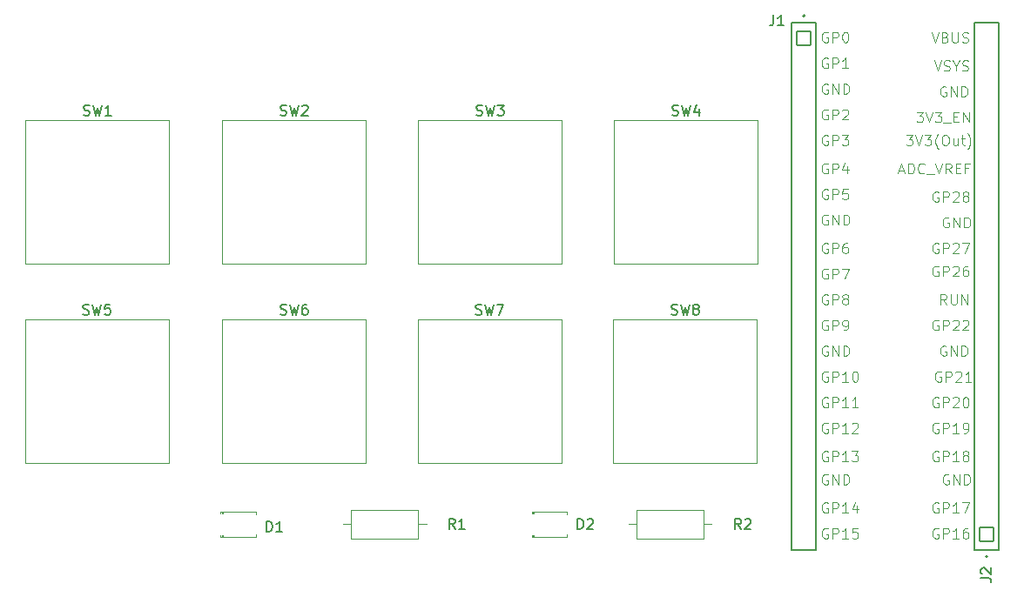
<source format=gto>
G04 #@! TF.GenerationSoftware,KiCad,Pcbnew,9.0.4*
G04 #@! TF.CreationDate,2025-09-21T00:28:26-07:00*
G04 #@! TF.ProjectId,Macro_Pad,4d616372-6f5f-4506-9164-2e6b69636164,rev?*
G04 #@! TF.SameCoordinates,Original*
G04 #@! TF.FileFunction,Legend,Top*
G04 #@! TF.FilePolarity,Positive*
%FSLAX46Y46*%
G04 Gerber Fmt 4.6, Leading zero omitted, Abs format (unit mm)*
G04 Created by KiCad (PCBNEW 9.0.4) date 2025-09-21 00:28:26*
%MOMM*%
%LPD*%
G01*
G04 APERTURE LIST*
G04 Aperture macros list*
%AMRoundRect*
0 Rectangle with rounded corners*
0 $1 Rounding radius*
0 $2 $3 $4 $5 $6 $7 $8 $9 X,Y pos of 4 corners*
0 Add a 4 corners polygon primitive as box body*
4,1,4,$2,$3,$4,$5,$6,$7,$8,$9,$2,$3,0*
0 Add four circle primitives for the rounded corners*
1,1,$1+$1,$2,$3*
1,1,$1+$1,$4,$5*
1,1,$1+$1,$6,$7*
1,1,$1+$1,$8,$9*
0 Add four rect primitives between the rounded corners*
20,1,$1+$1,$2,$3,$4,$5,0*
20,1,$1+$1,$4,$5,$6,$7,0*
20,1,$1+$1,$6,$7,$8,$9,0*
20,1,$1+$1,$8,$9,$2,$3,0*%
G04 Aperture macros list end*
%ADD10C,0.100000*%
%ADD11C,0.150000*%
%ADD12C,0.200000*%
%ADD13C,0.120000*%
%ADD14C,2.200000*%
%ADD15RoundRect,0.102000X-0.695000X0.695000X-0.695000X-0.695000X0.695000X-0.695000X0.695000X0.695000X0*%
%ADD16C,1.594000*%
%ADD17C,1.600000*%
%ADD18RoundRect,0.102000X0.695000X-0.695000X0.695000X0.695000X-0.695000X0.695000X-0.695000X-0.695000X0*%
%ADD19C,1.700000*%
%ADD20C,4.000000*%
%ADD21R,1.800000X1.800000*%
%ADD22C,1.800000*%
G04 APERTURE END LIST*
D10*
X187327693Y-124920038D02*
X187232455Y-124872419D01*
X187232455Y-124872419D02*
X187089598Y-124872419D01*
X187089598Y-124872419D02*
X186946741Y-124920038D01*
X186946741Y-124920038D02*
X186851503Y-125015276D01*
X186851503Y-125015276D02*
X186803884Y-125110514D01*
X186803884Y-125110514D02*
X186756265Y-125300990D01*
X186756265Y-125300990D02*
X186756265Y-125443847D01*
X186756265Y-125443847D02*
X186803884Y-125634323D01*
X186803884Y-125634323D02*
X186851503Y-125729561D01*
X186851503Y-125729561D02*
X186946741Y-125824800D01*
X186946741Y-125824800D02*
X187089598Y-125872419D01*
X187089598Y-125872419D02*
X187184836Y-125872419D01*
X187184836Y-125872419D02*
X187327693Y-125824800D01*
X187327693Y-125824800D02*
X187375312Y-125777180D01*
X187375312Y-125777180D02*
X187375312Y-125443847D01*
X187375312Y-125443847D02*
X187184836Y-125443847D01*
X187803884Y-125872419D02*
X187803884Y-124872419D01*
X187803884Y-124872419D02*
X188184836Y-124872419D01*
X188184836Y-124872419D02*
X188280074Y-124920038D01*
X188280074Y-124920038D02*
X188327693Y-124967657D01*
X188327693Y-124967657D02*
X188375312Y-125062895D01*
X188375312Y-125062895D02*
X188375312Y-125205752D01*
X188375312Y-125205752D02*
X188327693Y-125300990D01*
X188327693Y-125300990D02*
X188280074Y-125348609D01*
X188280074Y-125348609D02*
X188184836Y-125396228D01*
X188184836Y-125396228D02*
X187803884Y-125396228D01*
X189327693Y-125872419D02*
X188756265Y-125872419D01*
X189041979Y-125872419D02*
X189041979Y-124872419D01*
X189041979Y-124872419D02*
X188946741Y-125015276D01*
X188946741Y-125015276D02*
X188851503Y-125110514D01*
X188851503Y-125110514D02*
X188756265Y-125158133D01*
X190280074Y-125872419D02*
X189708646Y-125872419D01*
X189994360Y-125872419D02*
X189994360Y-124872419D01*
X189994360Y-124872419D02*
X189899122Y-125015276D01*
X189899122Y-125015276D02*
X189803884Y-125110514D01*
X189803884Y-125110514D02*
X189708646Y-125158133D01*
X187327693Y-117420038D02*
X187232455Y-117372419D01*
X187232455Y-117372419D02*
X187089598Y-117372419D01*
X187089598Y-117372419D02*
X186946741Y-117420038D01*
X186946741Y-117420038D02*
X186851503Y-117515276D01*
X186851503Y-117515276D02*
X186803884Y-117610514D01*
X186803884Y-117610514D02*
X186756265Y-117800990D01*
X186756265Y-117800990D02*
X186756265Y-117943847D01*
X186756265Y-117943847D02*
X186803884Y-118134323D01*
X186803884Y-118134323D02*
X186851503Y-118229561D01*
X186851503Y-118229561D02*
X186946741Y-118324800D01*
X186946741Y-118324800D02*
X187089598Y-118372419D01*
X187089598Y-118372419D02*
X187184836Y-118372419D01*
X187184836Y-118372419D02*
X187327693Y-118324800D01*
X187327693Y-118324800D02*
X187375312Y-118277180D01*
X187375312Y-118277180D02*
X187375312Y-117943847D01*
X187375312Y-117943847D02*
X187184836Y-117943847D01*
X187803884Y-118372419D02*
X187803884Y-117372419D01*
X187803884Y-117372419D02*
X188184836Y-117372419D01*
X188184836Y-117372419D02*
X188280074Y-117420038D01*
X188280074Y-117420038D02*
X188327693Y-117467657D01*
X188327693Y-117467657D02*
X188375312Y-117562895D01*
X188375312Y-117562895D02*
X188375312Y-117705752D01*
X188375312Y-117705752D02*
X188327693Y-117800990D01*
X188327693Y-117800990D02*
X188280074Y-117848609D01*
X188280074Y-117848609D02*
X188184836Y-117896228D01*
X188184836Y-117896228D02*
X187803884Y-117896228D01*
X188851503Y-118372419D02*
X189041979Y-118372419D01*
X189041979Y-118372419D02*
X189137217Y-118324800D01*
X189137217Y-118324800D02*
X189184836Y-118277180D01*
X189184836Y-118277180D02*
X189280074Y-118134323D01*
X189280074Y-118134323D02*
X189327693Y-117943847D01*
X189327693Y-117943847D02*
X189327693Y-117562895D01*
X189327693Y-117562895D02*
X189280074Y-117467657D01*
X189280074Y-117467657D02*
X189232455Y-117420038D01*
X189232455Y-117420038D02*
X189137217Y-117372419D01*
X189137217Y-117372419D02*
X188946741Y-117372419D01*
X188946741Y-117372419D02*
X188851503Y-117420038D01*
X188851503Y-117420038D02*
X188803884Y-117467657D01*
X188803884Y-117467657D02*
X188756265Y-117562895D01*
X188756265Y-117562895D02*
X188756265Y-117800990D01*
X188756265Y-117800990D02*
X188803884Y-117896228D01*
X188803884Y-117896228D02*
X188851503Y-117943847D01*
X188851503Y-117943847D02*
X188946741Y-117991466D01*
X188946741Y-117991466D02*
X189137217Y-117991466D01*
X189137217Y-117991466D02*
X189232455Y-117943847D01*
X189232455Y-117943847D02*
X189280074Y-117896228D01*
X189280074Y-117896228D02*
X189327693Y-117800990D01*
X198827693Y-119920038D02*
X198732455Y-119872419D01*
X198732455Y-119872419D02*
X198589598Y-119872419D01*
X198589598Y-119872419D02*
X198446741Y-119920038D01*
X198446741Y-119920038D02*
X198351503Y-120015276D01*
X198351503Y-120015276D02*
X198303884Y-120110514D01*
X198303884Y-120110514D02*
X198256265Y-120300990D01*
X198256265Y-120300990D02*
X198256265Y-120443847D01*
X198256265Y-120443847D02*
X198303884Y-120634323D01*
X198303884Y-120634323D02*
X198351503Y-120729561D01*
X198351503Y-120729561D02*
X198446741Y-120824800D01*
X198446741Y-120824800D02*
X198589598Y-120872419D01*
X198589598Y-120872419D02*
X198684836Y-120872419D01*
X198684836Y-120872419D02*
X198827693Y-120824800D01*
X198827693Y-120824800D02*
X198875312Y-120777180D01*
X198875312Y-120777180D02*
X198875312Y-120443847D01*
X198875312Y-120443847D02*
X198684836Y-120443847D01*
X199303884Y-120872419D02*
X199303884Y-119872419D01*
X199303884Y-119872419D02*
X199875312Y-120872419D01*
X199875312Y-120872419D02*
X199875312Y-119872419D01*
X200351503Y-120872419D02*
X200351503Y-119872419D01*
X200351503Y-119872419D02*
X200589598Y-119872419D01*
X200589598Y-119872419D02*
X200732455Y-119920038D01*
X200732455Y-119920038D02*
X200827693Y-120015276D01*
X200827693Y-120015276D02*
X200875312Y-120110514D01*
X200875312Y-120110514D02*
X200922931Y-120300990D01*
X200922931Y-120300990D02*
X200922931Y-120443847D01*
X200922931Y-120443847D02*
X200875312Y-120634323D01*
X200875312Y-120634323D02*
X200827693Y-120729561D01*
X200827693Y-120729561D02*
X200732455Y-120824800D01*
X200732455Y-120824800D02*
X200589598Y-120872419D01*
X200589598Y-120872419D02*
X200351503Y-120872419D01*
X187327693Y-104670038D02*
X187232455Y-104622419D01*
X187232455Y-104622419D02*
X187089598Y-104622419D01*
X187089598Y-104622419D02*
X186946741Y-104670038D01*
X186946741Y-104670038D02*
X186851503Y-104765276D01*
X186851503Y-104765276D02*
X186803884Y-104860514D01*
X186803884Y-104860514D02*
X186756265Y-105050990D01*
X186756265Y-105050990D02*
X186756265Y-105193847D01*
X186756265Y-105193847D02*
X186803884Y-105384323D01*
X186803884Y-105384323D02*
X186851503Y-105479561D01*
X186851503Y-105479561D02*
X186946741Y-105574800D01*
X186946741Y-105574800D02*
X187089598Y-105622419D01*
X187089598Y-105622419D02*
X187184836Y-105622419D01*
X187184836Y-105622419D02*
X187327693Y-105574800D01*
X187327693Y-105574800D02*
X187375312Y-105527180D01*
X187375312Y-105527180D02*
X187375312Y-105193847D01*
X187375312Y-105193847D02*
X187184836Y-105193847D01*
X187803884Y-105622419D02*
X187803884Y-104622419D01*
X187803884Y-104622419D02*
X188184836Y-104622419D01*
X188184836Y-104622419D02*
X188280074Y-104670038D01*
X188280074Y-104670038D02*
X188327693Y-104717657D01*
X188327693Y-104717657D02*
X188375312Y-104812895D01*
X188375312Y-104812895D02*
X188375312Y-104955752D01*
X188375312Y-104955752D02*
X188327693Y-105050990D01*
X188327693Y-105050990D02*
X188280074Y-105098609D01*
X188280074Y-105098609D02*
X188184836Y-105146228D01*
X188184836Y-105146228D02*
X187803884Y-105146228D01*
X189280074Y-104622419D02*
X188803884Y-104622419D01*
X188803884Y-104622419D02*
X188756265Y-105098609D01*
X188756265Y-105098609D02*
X188803884Y-105050990D01*
X188803884Y-105050990D02*
X188899122Y-105003371D01*
X188899122Y-105003371D02*
X189137217Y-105003371D01*
X189137217Y-105003371D02*
X189232455Y-105050990D01*
X189232455Y-105050990D02*
X189280074Y-105098609D01*
X189280074Y-105098609D02*
X189327693Y-105193847D01*
X189327693Y-105193847D02*
X189327693Y-105431942D01*
X189327693Y-105431942D02*
X189280074Y-105527180D01*
X189280074Y-105527180D02*
X189232455Y-105574800D01*
X189232455Y-105574800D02*
X189137217Y-105622419D01*
X189137217Y-105622419D02*
X188899122Y-105622419D01*
X188899122Y-105622419D02*
X188803884Y-105574800D01*
X188803884Y-105574800D02*
X188756265Y-105527180D01*
X187327693Y-91920038D02*
X187232455Y-91872419D01*
X187232455Y-91872419D02*
X187089598Y-91872419D01*
X187089598Y-91872419D02*
X186946741Y-91920038D01*
X186946741Y-91920038D02*
X186851503Y-92015276D01*
X186851503Y-92015276D02*
X186803884Y-92110514D01*
X186803884Y-92110514D02*
X186756265Y-92300990D01*
X186756265Y-92300990D02*
X186756265Y-92443847D01*
X186756265Y-92443847D02*
X186803884Y-92634323D01*
X186803884Y-92634323D02*
X186851503Y-92729561D01*
X186851503Y-92729561D02*
X186946741Y-92824800D01*
X186946741Y-92824800D02*
X187089598Y-92872419D01*
X187089598Y-92872419D02*
X187184836Y-92872419D01*
X187184836Y-92872419D02*
X187327693Y-92824800D01*
X187327693Y-92824800D02*
X187375312Y-92777180D01*
X187375312Y-92777180D02*
X187375312Y-92443847D01*
X187375312Y-92443847D02*
X187184836Y-92443847D01*
X187803884Y-92872419D02*
X187803884Y-91872419D01*
X187803884Y-91872419D02*
X188184836Y-91872419D01*
X188184836Y-91872419D02*
X188280074Y-91920038D01*
X188280074Y-91920038D02*
X188327693Y-91967657D01*
X188327693Y-91967657D02*
X188375312Y-92062895D01*
X188375312Y-92062895D02*
X188375312Y-92205752D01*
X188375312Y-92205752D02*
X188327693Y-92300990D01*
X188327693Y-92300990D02*
X188280074Y-92348609D01*
X188280074Y-92348609D02*
X188184836Y-92396228D01*
X188184836Y-92396228D02*
X187803884Y-92396228D01*
X189327693Y-92872419D02*
X188756265Y-92872419D01*
X189041979Y-92872419D02*
X189041979Y-91872419D01*
X189041979Y-91872419D02*
X188946741Y-92015276D01*
X188946741Y-92015276D02*
X188851503Y-92110514D01*
X188851503Y-92110514D02*
X188756265Y-92158133D01*
X197411027Y-89372419D02*
X197744360Y-90372419D01*
X197744360Y-90372419D02*
X198077693Y-89372419D01*
X198744360Y-89848609D02*
X198887217Y-89896228D01*
X198887217Y-89896228D02*
X198934836Y-89943847D01*
X198934836Y-89943847D02*
X198982455Y-90039085D01*
X198982455Y-90039085D02*
X198982455Y-90181942D01*
X198982455Y-90181942D02*
X198934836Y-90277180D01*
X198934836Y-90277180D02*
X198887217Y-90324800D01*
X198887217Y-90324800D02*
X198791979Y-90372419D01*
X198791979Y-90372419D02*
X198411027Y-90372419D01*
X198411027Y-90372419D02*
X198411027Y-89372419D01*
X198411027Y-89372419D02*
X198744360Y-89372419D01*
X198744360Y-89372419D02*
X198839598Y-89420038D01*
X198839598Y-89420038D02*
X198887217Y-89467657D01*
X198887217Y-89467657D02*
X198934836Y-89562895D01*
X198934836Y-89562895D02*
X198934836Y-89658133D01*
X198934836Y-89658133D02*
X198887217Y-89753371D01*
X198887217Y-89753371D02*
X198839598Y-89800990D01*
X198839598Y-89800990D02*
X198744360Y-89848609D01*
X198744360Y-89848609D02*
X198411027Y-89848609D01*
X199411027Y-89372419D02*
X199411027Y-90181942D01*
X199411027Y-90181942D02*
X199458646Y-90277180D01*
X199458646Y-90277180D02*
X199506265Y-90324800D01*
X199506265Y-90324800D02*
X199601503Y-90372419D01*
X199601503Y-90372419D02*
X199791979Y-90372419D01*
X199791979Y-90372419D02*
X199887217Y-90324800D01*
X199887217Y-90324800D02*
X199934836Y-90277180D01*
X199934836Y-90277180D02*
X199982455Y-90181942D01*
X199982455Y-90181942D02*
X199982455Y-89372419D01*
X200411027Y-90324800D02*
X200553884Y-90372419D01*
X200553884Y-90372419D02*
X200791979Y-90372419D01*
X200791979Y-90372419D02*
X200887217Y-90324800D01*
X200887217Y-90324800D02*
X200934836Y-90277180D01*
X200934836Y-90277180D02*
X200982455Y-90181942D01*
X200982455Y-90181942D02*
X200982455Y-90086704D01*
X200982455Y-90086704D02*
X200934836Y-89991466D01*
X200934836Y-89991466D02*
X200887217Y-89943847D01*
X200887217Y-89943847D02*
X200791979Y-89896228D01*
X200791979Y-89896228D02*
X200601503Y-89848609D01*
X200601503Y-89848609D02*
X200506265Y-89800990D01*
X200506265Y-89800990D02*
X200458646Y-89753371D01*
X200458646Y-89753371D02*
X200411027Y-89658133D01*
X200411027Y-89658133D02*
X200411027Y-89562895D01*
X200411027Y-89562895D02*
X200458646Y-89467657D01*
X200458646Y-89467657D02*
X200506265Y-89420038D01*
X200506265Y-89420038D02*
X200601503Y-89372419D01*
X200601503Y-89372419D02*
X200839598Y-89372419D01*
X200839598Y-89372419D02*
X200982455Y-89420038D01*
X187327693Y-99420038D02*
X187232455Y-99372419D01*
X187232455Y-99372419D02*
X187089598Y-99372419D01*
X187089598Y-99372419D02*
X186946741Y-99420038D01*
X186946741Y-99420038D02*
X186851503Y-99515276D01*
X186851503Y-99515276D02*
X186803884Y-99610514D01*
X186803884Y-99610514D02*
X186756265Y-99800990D01*
X186756265Y-99800990D02*
X186756265Y-99943847D01*
X186756265Y-99943847D02*
X186803884Y-100134323D01*
X186803884Y-100134323D02*
X186851503Y-100229561D01*
X186851503Y-100229561D02*
X186946741Y-100324800D01*
X186946741Y-100324800D02*
X187089598Y-100372419D01*
X187089598Y-100372419D02*
X187184836Y-100372419D01*
X187184836Y-100372419D02*
X187327693Y-100324800D01*
X187327693Y-100324800D02*
X187375312Y-100277180D01*
X187375312Y-100277180D02*
X187375312Y-99943847D01*
X187375312Y-99943847D02*
X187184836Y-99943847D01*
X187803884Y-100372419D02*
X187803884Y-99372419D01*
X187803884Y-99372419D02*
X188184836Y-99372419D01*
X188184836Y-99372419D02*
X188280074Y-99420038D01*
X188280074Y-99420038D02*
X188327693Y-99467657D01*
X188327693Y-99467657D02*
X188375312Y-99562895D01*
X188375312Y-99562895D02*
X188375312Y-99705752D01*
X188375312Y-99705752D02*
X188327693Y-99800990D01*
X188327693Y-99800990D02*
X188280074Y-99848609D01*
X188280074Y-99848609D02*
X188184836Y-99896228D01*
X188184836Y-99896228D02*
X187803884Y-99896228D01*
X188708646Y-99372419D02*
X189327693Y-99372419D01*
X189327693Y-99372419D02*
X188994360Y-99753371D01*
X188994360Y-99753371D02*
X189137217Y-99753371D01*
X189137217Y-99753371D02*
X189232455Y-99800990D01*
X189232455Y-99800990D02*
X189280074Y-99848609D01*
X189280074Y-99848609D02*
X189327693Y-99943847D01*
X189327693Y-99943847D02*
X189327693Y-100181942D01*
X189327693Y-100181942D02*
X189280074Y-100277180D01*
X189280074Y-100277180D02*
X189232455Y-100324800D01*
X189232455Y-100324800D02*
X189137217Y-100372419D01*
X189137217Y-100372419D02*
X188851503Y-100372419D01*
X188851503Y-100372419D02*
X188756265Y-100324800D01*
X188756265Y-100324800D02*
X188708646Y-100277180D01*
X198327693Y-122420038D02*
X198232455Y-122372419D01*
X198232455Y-122372419D02*
X198089598Y-122372419D01*
X198089598Y-122372419D02*
X197946741Y-122420038D01*
X197946741Y-122420038D02*
X197851503Y-122515276D01*
X197851503Y-122515276D02*
X197803884Y-122610514D01*
X197803884Y-122610514D02*
X197756265Y-122800990D01*
X197756265Y-122800990D02*
X197756265Y-122943847D01*
X197756265Y-122943847D02*
X197803884Y-123134323D01*
X197803884Y-123134323D02*
X197851503Y-123229561D01*
X197851503Y-123229561D02*
X197946741Y-123324800D01*
X197946741Y-123324800D02*
X198089598Y-123372419D01*
X198089598Y-123372419D02*
X198184836Y-123372419D01*
X198184836Y-123372419D02*
X198327693Y-123324800D01*
X198327693Y-123324800D02*
X198375312Y-123277180D01*
X198375312Y-123277180D02*
X198375312Y-122943847D01*
X198375312Y-122943847D02*
X198184836Y-122943847D01*
X198803884Y-123372419D02*
X198803884Y-122372419D01*
X198803884Y-122372419D02*
X199184836Y-122372419D01*
X199184836Y-122372419D02*
X199280074Y-122420038D01*
X199280074Y-122420038D02*
X199327693Y-122467657D01*
X199327693Y-122467657D02*
X199375312Y-122562895D01*
X199375312Y-122562895D02*
X199375312Y-122705752D01*
X199375312Y-122705752D02*
X199327693Y-122800990D01*
X199327693Y-122800990D02*
X199280074Y-122848609D01*
X199280074Y-122848609D02*
X199184836Y-122896228D01*
X199184836Y-122896228D02*
X198803884Y-122896228D01*
X199756265Y-122467657D02*
X199803884Y-122420038D01*
X199803884Y-122420038D02*
X199899122Y-122372419D01*
X199899122Y-122372419D02*
X200137217Y-122372419D01*
X200137217Y-122372419D02*
X200232455Y-122420038D01*
X200232455Y-122420038D02*
X200280074Y-122467657D01*
X200280074Y-122467657D02*
X200327693Y-122562895D01*
X200327693Y-122562895D02*
X200327693Y-122658133D01*
X200327693Y-122658133D02*
X200280074Y-122800990D01*
X200280074Y-122800990D02*
X199708646Y-123372419D01*
X199708646Y-123372419D02*
X200327693Y-123372419D01*
X201280074Y-123372419D02*
X200708646Y-123372419D01*
X200994360Y-123372419D02*
X200994360Y-122372419D01*
X200994360Y-122372419D02*
X200899122Y-122515276D01*
X200899122Y-122515276D02*
X200803884Y-122610514D01*
X200803884Y-122610514D02*
X200708646Y-122658133D01*
X198077693Y-130170038D02*
X197982455Y-130122419D01*
X197982455Y-130122419D02*
X197839598Y-130122419D01*
X197839598Y-130122419D02*
X197696741Y-130170038D01*
X197696741Y-130170038D02*
X197601503Y-130265276D01*
X197601503Y-130265276D02*
X197553884Y-130360514D01*
X197553884Y-130360514D02*
X197506265Y-130550990D01*
X197506265Y-130550990D02*
X197506265Y-130693847D01*
X197506265Y-130693847D02*
X197553884Y-130884323D01*
X197553884Y-130884323D02*
X197601503Y-130979561D01*
X197601503Y-130979561D02*
X197696741Y-131074800D01*
X197696741Y-131074800D02*
X197839598Y-131122419D01*
X197839598Y-131122419D02*
X197934836Y-131122419D01*
X197934836Y-131122419D02*
X198077693Y-131074800D01*
X198077693Y-131074800D02*
X198125312Y-131027180D01*
X198125312Y-131027180D02*
X198125312Y-130693847D01*
X198125312Y-130693847D02*
X197934836Y-130693847D01*
X198553884Y-131122419D02*
X198553884Y-130122419D01*
X198553884Y-130122419D02*
X198934836Y-130122419D01*
X198934836Y-130122419D02*
X199030074Y-130170038D01*
X199030074Y-130170038D02*
X199077693Y-130217657D01*
X199077693Y-130217657D02*
X199125312Y-130312895D01*
X199125312Y-130312895D02*
X199125312Y-130455752D01*
X199125312Y-130455752D02*
X199077693Y-130550990D01*
X199077693Y-130550990D02*
X199030074Y-130598609D01*
X199030074Y-130598609D02*
X198934836Y-130646228D01*
X198934836Y-130646228D02*
X198553884Y-130646228D01*
X200077693Y-131122419D02*
X199506265Y-131122419D01*
X199791979Y-131122419D02*
X199791979Y-130122419D01*
X199791979Y-130122419D02*
X199696741Y-130265276D01*
X199696741Y-130265276D02*
X199601503Y-130360514D01*
X199601503Y-130360514D02*
X199506265Y-130408133D01*
X200649122Y-130550990D02*
X200553884Y-130503371D01*
X200553884Y-130503371D02*
X200506265Y-130455752D01*
X200506265Y-130455752D02*
X200458646Y-130360514D01*
X200458646Y-130360514D02*
X200458646Y-130312895D01*
X200458646Y-130312895D02*
X200506265Y-130217657D01*
X200506265Y-130217657D02*
X200553884Y-130170038D01*
X200553884Y-130170038D02*
X200649122Y-130122419D01*
X200649122Y-130122419D02*
X200839598Y-130122419D01*
X200839598Y-130122419D02*
X200934836Y-130170038D01*
X200934836Y-130170038D02*
X200982455Y-130217657D01*
X200982455Y-130217657D02*
X201030074Y-130312895D01*
X201030074Y-130312895D02*
X201030074Y-130360514D01*
X201030074Y-130360514D02*
X200982455Y-130455752D01*
X200982455Y-130455752D02*
X200934836Y-130503371D01*
X200934836Y-130503371D02*
X200839598Y-130550990D01*
X200839598Y-130550990D02*
X200649122Y-130550990D01*
X200649122Y-130550990D02*
X200553884Y-130598609D01*
X200553884Y-130598609D02*
X200506265Y-130646228D01*
X200506265Y-130646228D02*
X200458646Y-130741466D01*
X200458646Y-130741466D02*
X200458646Y-130931942D01*
X200458646Y-130931942D02*
X200506265Y-131027180D01*
X200506265Y-131027180D02*
X200553884Y-131074800D01*
X200553884Y-131074800D02*
X200649122Y-131122419D01*
X200649122Y-131122419D02*
X200839598Y-131122419D01*
X200839598Y-131122419D02*
X200934836Y-131074800D01*
X200934836Y-131074800D02*
X200982455Y-131027180D01*
X200982455Y-131027180D02*
X201030074Y-130931942D01*
X201030074Y-130931942D02*
X201030074Y-130741466D01*
X201030074Y-130741466D02*
X200982455Y-130646228D01*
X200982455Y-130646228D02*
X200934836Y-130598609D01*
X200934836Y-130598609D02*
X200839598Y-130550990D01*
X187327693Y-132420038D02*
X187232455Y-132372419D01*
X187232455Y-132372419D02*
X187089598Y-132372419D01*
X187089598Y-132372419D02*
X186946741Y-132420038D01*
X186946741Y-132420038D02*
X186851503Y-132515276D01*
X186851503Y-132515276D02*
X186803884Y-132610514D01*
X186803884Y-132610514D02*
X186756265Y-132800990D01*
X186756265Y-132800990D02*
X186756265Y-132943847D01*
X186756265Y-132943847D02*
X186803884Y-133134323D01*
X186803884Y-133134323D02*
X186851503Y-133229561D01*
X186851503Y-133229561D02*
X186946741Y-133324800D01*
X186946741Y-133324800D02*
X187089598Y-133372419D01*
X187089598Y-133372419D02*
X187184836Y-133372419D01*
X187184836Y-133372419D02*
X187327693Y-133324800D01*
X187327693Y-133324800D02*
X187375312Y-133277180D01*
X187375312Y-133277180D02*
X187375312Y-132943847D01*
X187375312Y-132943847D02*
X187184836Y-132943847D01*
X187803884Y-133372419D02*
X187803884Y-132372419D01*
X187803884Y-132372419D02*
X188375312Y-133372419D01*
X188375312Y-133372419D02*
X188375312Y-132372419D01*
X188851503Y-133372419D02*
X188851503Y-132372419D01*
X188851503Y-132372419D02*
X189089598Y-132372419D01*
X189089598Y-132372419D02*
X189232455Y-132420038D01*
X189232455Y-132420038D02*
X189327693Y-132515276D01*
X189327693Y-132515276D02*
X189375312Y-132610514D01*
X189375312Y-132610514D02*
X189422931Y-132800990D01*
X189422931Y-132800990D02*
X189422931Y-132943847D01*
X189422931Y-132943847D02*
X189375312Y-133134323D01*
X189375312Y-133134323D02*
X189327693Y-133229561D01*
X189327693Y-133229561D02*
X189232455Y-133324800D01*
X189232455Y-133324800D02*
X189089598Y-133372419D01*
X189089598Y-133372419D02*
X188851503Y-133372419D01*
X187327693Y-102170038D02*
X187232455Y-102122419D01*
X187232455Y-102122419D02*
X187089598Y-102122419D01*
X187089598Y-102122419D02*
X186946741Y-102170038D01*
X186946741Y-102170038D02*
X186851503Y-102265276D01*
X186851503Y-102265276D02*
X186803884Y-102360514D01*
X186803884Y-102360514D02*
X186756265Y-102550990D01*
X186756265Y-102550990D02*
X186756265Y-102693847D01*
X186756265Y-102693847D02*
X186803884Y-102884323D01*
X186803884Y-102884323D02*
X186851503Y-102979561D01*
X186851503Y-102979561D02*
X186946741Y-103074800D01*
X186946741Y-103074800D02*
X187089598Y-103122419D01*
X187089598Y-103122419D02*
X187184836Y-103122419D01*
X187184836Y-103122419D02*
X187327693Y-103074800D01*
X187327693Y-103074800D02*
X187375312Y-103027180D01*
X187375312Y-103027180D02*
X187375312Y-102693847D01*
X187375312Y-102693847D02*
X187184836Y-102693847D01*
X187803884Y-103122419D02*
X187803884Y-102122419D01*
X187803884Y-102122419D02*
X188184836Y-102122419D01*
X188184836Y-102122419D02*
X188280074Y-102170038D01*
X188280074Y-102170038D02*
X188327693Y-102217657D01*
X188327693Y-102217657D02*
X188375312Y-102312895D01*
X188375312Y-102312895D02*
X188375312Y-102455752D01*
X188375312Y-102455752D02*
X188327693Y-102550990D01*
X188327693Y-102550990D02*
X188280074Y-102598609D01*
X188280074Y-102598609D02*
X188184836Y-102646228D01*
X188184836Y-102646228D02*
X187803884Y-102646228D01*
X189232455Y-102455752D02*
X189232455Y-103122419D01*
X188994360Y-102074800D02*
X188756265Y-102789085D01*
X188756265Y-102789085D02*
X189375312Y-102789085D01*
X187327693Y-130170038D02*
X187232455Y-130122419D01*
X187232455Y-130122419D02*
X187089598Y-130122419D01*
X187089598Y-130122419D02*
X186946741Y-130170038D01*
X186946741Y-130170038D02*
X186851503Y-130265276D01*
X186851503Y-130265276D02*
X186803884Y-130360514D01*
X186803884Y-130360514D02*
X186756265Y-130550990D01*
X186756265Y-130550990D02*
X186756265Y-130693847D01*
X186756265Y-130693847D02*
X186803884Y-130884323D01*
X186803884Y-130884323D02*
X186851503Y-130979561D01*
X186851503Y-130979561D02*
X186946741Y-131074800D01*
X186946741Y-131074800D02*
X187089598Y-131122419D01*
X187089598Y-131122419D02*
X187184836Y-131122419D01*
X187184836Y-131122419D02*
X187327693Y-131074800D01*
X187327693Y-131074800D02*
X187375312Y-131027180D01*
X187375312Y-131027180D02*
X187375312Y-130693847D01*
X187375312Y-130693847D02*
X187184836Y-130693847D01*
X187803884Y-131122419D02*
X187803884Y-130122419D01*
X187803884Y-130122419D02*
X188184836Y-130122419D01*
X188184836Y-130122419D02*
X188280074Y-130170038D01*
X188280074Y-130170038D02*
X188327693Y-130217657D01*
X188327693Y-130217657D02*
X188375312Y-130312895D01*
X188375312Y-130312895D02*
X188375312Y-130455752D01*
X188375312Y-130455752D02*
X188327693Y-130550990D01*
X188327693Y-130550990D02*
X188280074Y-130598609D01*
X188280074Y-130598609D02*
X188184836Y-130646228D01*
X188184836Y-130646228D02*
X187803884Y-130646228D01*
X189327693Y-131122419D02*
X188756265Y-131122419D01*
X189041979Y-131122419D02*
X189041979Y-130122419D01*
X189041979Y-130122419D02*
X188946741Y-130265276D01*
X188946741Y-130265276D02*
X188851503Y-130360514D01*
X188851503Y-130360514D02*
X188756265Y-130408133D01*
X189661027Y-130122419D02*
X190280074Y-130122419D01*
X190280074Y-130122419D02*
X189946741Y-130503371D01*
X189946741Y-130503371D02*
X190089598Y-130503371D01*
X190089598Y-130503371D02*
X190184836Y-130550990D01*
X190184836Y-130550990D02*
X190232455Y-130598609D01*
X190232455Y-130598609D02*
X190280074Y-130693847D01*
X190280074Y-130693847D02*
X190280074Y-130931942D01*
X190280074Y-130931942D02*
X190232455Y-131027180D01*
X190232455Y-131027180D02*
X190184836Y-131074800D01*
X190184836Y-131074800D02*
X190089598Y-131122419D01*
X190089598Y-131122419D02*
X189803884Y-131122419D01*
X189803884Y-131122419D02*
X189708646Y-131074800D01*
X189708646Y-131074800D02*
X189661027Y-131027180D01*
X198077693Y-124920038D02*
X197982455Y-124872419D01*
X197982455Y-124872419D02*
X197839598Y-124872419D01*
X197839598Y-124872419D02*
X197696741Y-124920038D01*
X197696741Y-124920038D02*
X197601503Y-125015276D01*
X197601503Y-125015276D02*
X197553884Y-125110514D01*
X197553884Y-125110514D02*
X197506265Y-125300990D01*
X197506265Y-125300990D02*
X197506265Y-125443847D01*
X197506265Y-125443847D02*
X197553884Y-125634323D01*
X197553884Y-125634323D02*
X197601503Y-125729561D01*
X197601503Y-125729561D02*
X197696741Y-125824800D01*
X197696741Y-125824800D02*
X197839598Y-125872419D01*
X197839598Y-125872419D02*
X197934836Y-125872419D01*
X197934836Y-125872419D02*
X198077693Y-125824800D01*
X198077693Y-125824800D02*
X198125312Y-125777180D01*
X198125312Y-125777180D02*
X198125312Y-125443847D01*
X198125312Y-125443847D02*
X197934836Y-125443847D01*
X198553884Y-125872419D02*
X198553884Y-124872419D01*
X198553884Y-124872419D02*
X198934836Y-124872419D01*
X198934836Y-124872419D02*
X199030074Y-124920038D01*
X199030074Y-124920038D02*
X199077693Y-124967657D01*
X199077693Y-124967657D02*
X199125312Y-125062895D01*
X199125312Y-125062895D02*
X199125312Y-125205752D01*
X199125312Y-125205752D02*
X199077693Y-125300990D01*
X199077693Y-125300990D02*
X199030074Y-125348609D01*
X199030074Y-125348609D02*
X198934836Y-125396228D01*
X198934836Y-125396228D02*
X198553884Y-125396228D01*
X199506265Y-124967657D02*
X199553884Y-124920038D01*
X199553884Y-124920038D02*
X199649122Y-124872419D01*
X199649122Y-124872419D02*
X199887217Y-124872419D01*
X199887217Y-124872419D02*
X199982455Y-124920038D01*
X199982455Y-124920038D02*
X200030074Y-124967657D01*
X200030074Y-124967657D02*
X200077693Y-125062895D01*
X200077693Y-125062895D02*
X200077693Y-125158133D01*
X200077693Y-125158133D02*
X200030074Y-125300990D01*
X200030074Y-125300990D02*
X199458646Y-125872419D01*
X199458646Y-125872419D02*
X200077693Y-125872419D01*
X200696741Y-124872419D02*
X200791979Y-124872419D01*
X200791979Y-124872419D02*
X200887217Y-124920038D01*
X200887217Y-124920038D02*
X200934836Y-124967657D01*
X200934836Y-124967657D02*
X200982455Y-125062895D01*
X200982455Y-125062895D02*
X201030074Y-125253371D01*
X201030074Y-125253371D02*
X201030074Y-125491466D01*
X201030074Y-125491466D02*
X200982455Y-125681942D01*
X200982455Y-125681942D02*
X200934836Y-125777180D01*
X200934836Y-125777180D02*
X200887217Y-125824800D01*
X200887217Y-125824800D02*
X200791979Y-125872419D01*
X200791979Y-125872419D02*
X200696741Y-125872419D01*
X200696741Y-125872419D02*
X200601503Y-125824800D01*
X200601503Y-125824800D02*
X200553884Y-125777180D01*
X200553884Y-125777180D02*
X200506265Y-125681942D01*
X200506265Y-125681942D02*
X200458646Y-125491466D01*
X200458646Y-125491466D02*
X200458646Y-125253371D01*
X200458646Y-125253371D02*
X200506265Y-125062895D01*
X200506265Y-125062895D02*
X200553884Y-124967657D01*
X200553884Y-124967657D02*
X200601503Y-124920038D01*
X200601503Y-124920038D02*
X200696741Y-124872419D01*
X187327693Y-89400038D02*
X187232455Y-89352419D01*
X187232455Y-89352419D02*
X187089598Y-89352419D01*
X187089598Y-89352419D02*
X186946741Y-89400038D01*
X186946741Y-89400038D02*
X186851503Y-89495276D01*
X186851503Y-89495276D02*
X186803884Y-89590514D01*
X186803884Y-89590514D02*
X186756265Y-89780990D01*
X186756265Y-89780990D02*
X186756265Y-89923847D01*
X186756265Y-89923847D02*
X186803884Y-90114323D01*
X186803884Y-90114323D02*
X186851503Y-90209561D01*
X186851503Y-90209561D02*
X186946741Y-90304800D01*
X186946741Y-90304800D02*
X187089598Y-90352419D01*
X187089598Y-90352419D02*
X187184836Y-90352419D01*
X187184836Y-90352419D02*
X187327693Y-90304800D01*
X187327693Y-90304800D02*
X187375312Y-90257180D01*
X187375312Y-90257180D02*
X187375312Y-89923847D01*
X187375312Y-89923847D02*
X187184836Y-89923847D01*
X187803884Y-90352419D02*
X187803884Y-89352419D01*
X187803884Y-89352419D02*
X188184836Y-89352419D01*
X188184836Y-89352419D02*
X188280074Y-89400038D01*
X188280074Y-89400038D02*
X188327693Y-89447657D01*
X188327693Y-89447657D02*
X188375312Y-89542895D01*
X188375312Y-89542895D02*
X188375312Y-89685752D01*
X188375312Y-89685752D02*
X188327693Y-89780990D01*
X188327693Y-89780990D02*
X188280074Y-89828609D01*
X188280074Y-89828609D02*
X188184836Y-89876228D01*
X188184836Y-89876228D02*
X187803884Y-89876228D01*
X188994360Y-89352419D02*
X189089598Y-89352419D01*
X189089598Y-89352419D02*
X189184836Y-89400038D01*
X189184836Y-89400038D02*
X189232455Y-89447657D01*
X189232455Y-89447657D02*
X189280074Y-89542895D01*
X189280074Y-89542895D02*
X189327693Y-89733371D01*
X189327693Y-89733371D02*
X189327693Y-89971466D01*
X189327693Y-89971466D02*
X189280074Y-90161942D01*
X189280074Y-90161942D02*
X189232455Y-90257180D01*
X189232455Y-90257180D02*
X189184836Y-90304800D01*
X189184836Y-90304800D02*
X189089598Y-90352419D01*
X189089598Y-90352419D02*
X188994360Y-90352419D01*
X188994360Y-90352419D02*
X188899122Y-90304800D01*
X188899122Y-90304800D02*
X188851503Y-90257180D01*
X188851503Y-90257180D02*
X188803884Y-90161942D01*
X188803884Y-90161942D02*
X188756265Y-89971466D01*
X188756265Y-89971466D02*
X188756265Y-89733371D01*
X188756265Y-89733371D02*
X188803884Y-89542895D01*
X188803884Y-89542895D02*
X188851503Y-89447657D01*
X188851503Y-89447657D02*
X188899122Y-89400038D01*
X188899122Y-89400038D02*
X188994360Y-89352419D01*
X187327693Y-135170038D02*
X187232455Y-135122419D01*
X187232455Y-135122419D02*
X187089598Y-135122419D01*
X187089598Y-135122419D02*
X186946741Y-135170038D01*
X186946741Y-135170038D02*
X186851503Y-135265276D01*
X186851503Y-135265276D02*
X186803884Y-135360514D01*
X186803884Y-135360514D02*
X186756265Y-135550990D01*
X186756265Y-135550990D02*
X186756265Y-135693847D01*
X186756265Y-135693847D02*
X186803884Y-135884323D01*
X186803884Y-135884323D02*
X186851503Y-135979561D01*
X186851503Y-135979561D02*
X186946741Y-136074800D01*
X186946741Y-136074800D02*
X187089598Y-136122419D01*
X187089598Y-136122419D02*
X187184836Y-136122419D01*
X187184836Y-136122419D02*
X187327693Y-136074800D01*
X187327693Y-136074800D02*
X187375312Y-136027180D01*
X187375312Y-136027180D02*
X187375312Y-135693847D01*
X187375312Y-135693847D02*
X187184836Y-135693847D01*
X187803884Y-136122419D02*
X187803884Y-135122419D01*
X187803884Y-135122419D02*
X188184836Y-135122419D01*
X188184836Y-135122419D02*
X188280074Y-135170038D01*
X188280074Y-135170038D02*
X188327693Y-135217657D01*
X188327693Y-135217657D02*
X188375312Y-135312895D01*
X188375312Y-135312895D02*
X188375312Y-135455752D01*
X188375312Y-135455752D02*
X188327693Y-135550990D01*
X188327693Y-135550990D02*
X188280074Y-135598609D01*
X188280074Y-135598609D02*
X188184836Y-135646228D01*
X188184836Y-135646228D02*
X187803884Y-135646228D01*
X189327693Y-136122419D02*
X188756265Y-136122419D01*
X189041979Y-136122419D02*
X189041979Y-135122419D01*
X189041979Y-135122419D02*
X188946741Y-135265276D01*
X188946741Y-135265276D02*
X188851503Y-135360514D01*
X188851503Y-135360514D02*
X188756265Y-135408133D01*
X190184836Y-135455752D02*
X190184836Y-136122419D01*
X189946741Y-135074800D02*
X189708646Y-135789085D01*
X189708646Y-135789085D02*
X190327693Y-135789085D01*
X198077693Y-127420038D02*
X197982455Y-127372419D01*
X197982455Y-127372419D02*
X197839598Y-127372419D01*
X197839598Y-127372419D02*
X197696741Y-127420038D01*
X197696741Y-127420038D02*
X197601503Y-127515276D01*
X197601503Y-127515276D02*
X197553884Y-127610514D01*
X197553884Y-127610514D02*
X197506265Y-127800990D01*
X197506265Y-127800990D02*
X197506265Y-127943847D01*
X197506265Y-127943847D02*
X197553884Y-128134323D01*
X197553884Y-128134323D02*
X197601503Y-128229561D01*
X197601503Y-128229561D02*
X197696741Y-128324800D01*
X197696741Y-128324800D02*
X197839598Y-128372419D01*
X197839598Y-128372419D02*
X197934836Y-128372419D01*
X197934836Y-128372419D02*
X198077693Y-128324800D01*
X198077693Y-128324800D02*
X198125312Y-128277180D01*
X198125312Y-128277180D02*
X198125312Y-127943847D01*
X198125312Y-127943847D02*
X197934836Y-127943847D01*
X198553884Y-128372419D02*
X198553884Y-127372419D01*
X198553884Y-127372419D02*
X198934836Y-127372419D01*
X198934836Y-127372419D02*
X199030074Y-127420038D01*
X199030074Y-127420038D02*
X199077693Y-127467657D01*
X199077693Y-127467657D02*
X199125312Y-127562895D01*
X199125312Y-127562895D02*
X199125312Y-127705752D01*
X199125312Y-127705752D02*
X199077693Y-127800990D01*
X199077693Y-127800990D02*
X199030074Y-127848609D01*
X199030074Y-127848609D02*
X198934836Y-127896228D01*
X198934836Y-127896228D02*
X198553884Y-127896228D01*
X200077693Y-128372419D02*
X199506265Y-128372419D01*
X199791979Y-128372419D02*
X199791979Y-127372419D01*
X199791979Y-127372419D02*
X199696741Y-127515276D01*
X199696741Y-127515276D02*
X199601503Y-127610514D01*
X199601503Y-127610514D02*
X199506265Y-127658133D01*
X200553884Y-128372419D02*
X200744360Y-128372419D01*
X200744360Y-128372419D02*
X200839598Y-128324800D01*
X200839598Y-128324800D02*
X200887217Y-128277180D01*
X200887217Y-128277180D02*
X200982455Y-128134323D01*
X200982455Y-128134323D02*
X201030074Y-127943847D01*
X201030074Y-127943847D02*
X201030074Y-127562895D01*
X201030074Y-127562895D02*
X200982455Y-127467657D01*
X200982455Y-127467657D02*
X200934836Y-127420038D01*
X200934836Y-127420038D02*
X200839598Y-127372419D01*
X200839598Y-127372419D02*
X200649122Y-127372419D01*
X200649122Y-127372419D02*
X200553884Y-127420038D01*
X200553884Y-127420038D02*
X200506265Y-127467657D01*
X200506265Y-127467657D02*
X200458646Y-127562895D01*
X200458646Y-127562895D02*
X200458646Y-127800990D01*
X200458646Y-127800990D02*
X200506265Y-127896228D01*
X200506265Y-127896228D02*
X200553884Y-127943847D01*
X200553884Y-127943847D02*
X200649122Y-127991466D01*
X200649122Y-127991466D02*
X200839598Y-127991466D01*
X200839598Y-127991466D02*
X200934836Y-127943847D01*
X200934836Y-127943847D02*
X200982455Y-127896228D01*
X200982455Y-127896228D02*
X201030074Y-127800990D01*
X187327693Y-96920038D02*
X187232455Y-96872419D01*
X187232455Y-96872419D02*
X187089598Y-96872419D01*
X187089598Y-96872419D02*
X186946741Y-96920038D01*
X186946741Y-96920038D02*
X186851503Y-97015276D01*
X186851503Y-97015276D02*
X186803884Y-97110514D01*
X186803884Y-97110514D02*
X186756265Y-97300990D01*
X186756265Y-97300990D02*
X186756265Y-97443847D01*
X186756265Y-97443847D02*
X186803884Y-97634323D01*
X186803884Y-97634323D02*
X186851503Y-97729561D01*
X186851503Y-97729561D02*
X186946741Y-97824800D01*
X186946741Y-97824800D02*
X187089598Y-97872419D01*
X187089598Y-97872419D02*
X187184836Y-97872419D01*
X187184836Y-97872419D02*
X187327693Y-97824800D01*
X187327693Y-97824800D02*
X187375312Y-97777180D01*
X187375312Y-97777180D02*
X187375312Y-97443847D01*
X187375312Y-97443847D02*
X187184836Y-97443847D01*
X187803884Y-97872419D02*
X187803884Y-96872419D01*
X187803884Y-96872419D02*
X188184836Y-96872419D01*
X188184836Y-96872419D02*
X188280074Y-96920038D01*
X188280074Y-96920038D02*
X188327693Y-96967657D01*
X188327693Y-96967657D02*
X188375312Y-97062895D01*
X188375312Y-97062895D02*
X188375312Y-97205752D01*
X188375312Y-97205752D02*
X188327693Y-97300990D01*
X188327693Y-97300990D02*
X188280074Y-97348609D01*
X188280074Y-97348609D02*
X188184836Y-97396228D01*
X188184836Y-97396228D02*
X187803884Y-97396228D01*
X188756265Y-96967657D02*
X188803884Y-96920038D01*
X188803884Y-96920038D02*
X188899122Y-96872419D01*
X188899122Y-96872419D02*
X189137217Y-96872419D01*
X189137217Y-96872419D02*
X189232455Y-96920038D01*
X189232455Y-96920038D02*
X189280074Y-96967657D01*
X189280074Y-96967657D02*
X189327693Y-97062895D01*
X189327693Y-97062895D02*
X189327693Y-97158133D01*
X189327693Y-97158133D02*
X189280074Y-97300990D01*
X189280074Y-97300990D02*
X188708646Y-97872419D01*
X188708646Y-97872419D02*
X189327693Y-97872419D01*
X194256265Y-102836704D02*
X194732455Y-102836704D01*
X194161027Y-103122419D02*
X194494360Y-102122419D01*
X194494360Y-102122419D02*
X194827693Y-103122419D01*
X195161027Y-103122419D02*
X195161027Y-102122419D01*
X195161027Y-102122419D02*
X195399122Y-102122419D01*
X195399122Y-102122419D02*
X195541979Y-102170038D01*
X195541979Y-102170038D02*
X195637217Y-102265276D01*
X195637217Y-102265276D02*
X195684836Y-102360514D01*
X195684836Y-102360514D02*
X195732455Y-102550990D01*
X195732455Y-102550990D02*
X195732455Y-102693847D01*
X195732455Y-102693847D02*
X195684836Y-102884323D01*
X195684836Y-102884323D02*
X195637217Y-102979561D01*
X195637217Y-102979561D02*
X195541979Y-103074800D01*
X195541979Y-103074800D02*
X195399122Y-103122419D01*
X195399122Y-103122419D02*
X195161027Y-103122419D01*
X196732455Y-103027180D02*
X196684836Y-103074800D01*
X196684836Y-103074800D02*
X196541979Y-103122419D01*
X196541979Y-103122419D02*
X196446741Y-103122419D01*
X196446741Y-103122419D02*
X196303884Y-103074800D01*
X196303884Y-103074800D02*
X196208646Y-102979561D01*
X196208646Y-102979561D02*
X196161027Y-102884323D01*
X196161027Y-102884323D02*
X196113408Y-102693847D01*
X196113408Y-102693847D02*
X196113408Y-102550990D01*
X196113408Y-102550990D02*
X196161027Y-102360514D01*
X196161027Y-102360514D02*
X196208646Y-102265276D01*
X196208646Y-102265276D02*
X196303884Y-102170038D01*
X196303884Y-102170038D02*
X196446741Y-102122419D01*
X196446741Y-102122419D02*
X196541979Y-102122419D01*
X196541979Y-102122419D02*
X196684836Y-102170038D01*
X196684836Y-102170038D02*
X196732455Y-102217657D01*
X196922932Y-103217657D02*
X197684836Y-103217657D01*
X197780075Y-102122419D02*
X198113408Y-103122419D01*
X198113408Y-103122419D02*
X198446741Y-102122419D01*
X199351503Y-103122419D02*
X199018170Y-102646228D01*
X198780075Y-103122419D02*
X198780075Y-102122419D01*
X198780075Y-102122419D02*
X199161027Y-102122419D01*
X199161027Y-102122419D02*
X199256265Y-102170038D01*
X199256265Y-102170038D02*
X199303884Y-102217657D01*
X199303884Y-102217657D02*
X199351503Y-102312895D01*
X199351503Y-102312895D02*
X199351503Y-102455752D01*
X199351503Y-102455752D02*
X199303884Y-102550990D01*
X199303884Y-102550990D02*
X199256265Y-102598609D01*
X199256265Y-102598609D02*
X199161027Y-102646228D01*
X199161027Y-102646228D02*
X198780075Y-102646228D01*
X199780075Y-102598609D02*
X200113408Y-102598609D01*
X200256265Y-103122419D02*
X199780075Y-103122419D01*
X199780075Y-103122419D02*
X199780075Y-102122419D01*
X199780075Y-102122419D02*
X200256265Y-102122419D01*
X201018170Y-102598609D02*
X200684837Y-102598609D01*
X200684837Y-103122419D02*
X200684837Y-102122419D01*
X200684837Y-102122419D02*
X201161027Y-102122419D01*
X198875312Y-115872419D02*
X198541979Y-115396228D01*
X198303884Y-115872419D02*
X198303884Y-114872419D01*
X198303884Y-114872419D02*
X198684836Y-114872419D01*
X198684836Y-114872419D02*
X198780074Y-114920038D01*
X198780074Y-114920038D02*
X198827693Y-114967657D01*
X198827693Y-114967657D02*
X198875312Y-115062895D01*
X198875312Y-115062895D02*
X198875312Y-115205752D01*
X198875312Y-115205752D02*
X198827693Y-115300990D01*
X198827693Y-115300990D02*
X198780074Y-115348609D01*
X198780074Y-115348609D02*
X198684836Y-115396228D01*
X198684836Y-115396228D02*
X198303884Y-115396228D01*
X199303884Y-114872419D02*
X199303884Y-115681942D01*
X199303884Y-115681942D02*
X199351503Y-115777180D01*
X199351503Y-115777180D02*
X199399122Y-115824800D01*
X199399122Y-115824800D02*
X199494360Y-115872419D01*
X199494360Y-115872419D02*
X199684836Y-115872419D01*
X199684836Y-115872419D02*
X199780074Y-115824800D01*
X199780074Y-115824800D02*
X199827693Y-115777180D01*
X199827693Y-115777180D02*
X199875312Y-115681942D01*
X199875312Y-115681942D02*
X199875312Y-114872419D01*
X200351503Y-115872419D02*
X200351503Y-114872419D01*
X200351503Y-114872419D02*
X200922931Y-115872419D01*
X200922931Y-115872419D02*
X200922931Y-114872419D01*
X195958646Y-97122419D02*
X196577693Y-97122419D01*
X196577693Y-97122419D02*
X196244360Y-97503371D01*
X196244360Y-97503371D02*
X196387217Y-97503371D01*
X196387217Y-97503371D02*
X196482455Y-97550990D01*
X196482455Y-97550990D02*
X196530074Y-97598609D01*
X196530074Y-97598609D02*
X196577693Y-97693847D01*
X196577693Y-97693847D02*
X196577693Y-97931942D01*
X196577693Y-97931942D02*
X196530074Y-98027180D01*
X196530074Y-98027180D02*
X196482455Y-98074800D01*
X196482455Y-98074800D02*
X196387217Y-98122419D01*
X196387217Y-98122419D02*
X196101503Y-98122419D01*
X196101503Y-98122419D02*
X196006265Y-98074800D01*
X196006265Y-98074800D02*
X195958646Y-98027180D01*
X196863408Y-97122419D02*
X197196741Y-98122419D01*
X197196741Y-98122419D02*
X197530074Y-97122419D01*
X197768170Y-97122419D02*
X198387217Y-97122419D01*
X198387217Y-97122419D02*
X198053884Y-97503371D01*
X198053884Y-97503371D02*
X198196741Y-97503371D01*
X198196741Y-97503371D02*
X198291979Y-97550990D01*
X198291979Y-97550990D02*
X198339598Y-97598609D01*
X198339598Y-97598609D02*
X198387217Y-97693847D01*
X198387217Y-97693847D02*
X198387217Y-97931942D01*
X198387217Y-97931942D02*
X198339598Y-98027180D01*
X198339598Y-98027180D02*
X198291979Y-98074800D01*
X198291979Y-98074800D02*
X198196741Y-98122419D01*
X198196741Y-98122419D02*
X197911027Y-98122419D01*
X197911027Y-98122419D02*
X197815789Y-98074800D01*
X197815789Y-98074800D02*
X197768170Y-98027180D01*
X198577694Y-98217657D02*
X199339598Y-98217657D01*
X199577694Y-97598609D02*
X199911027Y-97598609D01*
X200053884Y-98122419D02*
X199577694Y-98122419D01*
X199577694Y-98122419D02*
X199577694Y-97122419D01*
X199577694Y-97122419D02*
X200053884Y-97122419D01*
X200482456Y-98122419D02*
X200482456Y-97122419D01*
X200482456Y-97122419D02*
X201053884Y-98122419D01*
X201053884Y-98122419D02*
X201053884Y-97122419D01*
X198827693Y-94670038D02*
X198732455Y-94622419D01*
X198732455Y-94622419D02*
X198589598Y-94622419D01*
X198589598Y-94622419D02*
X198446741Y-94670038D01*
X198446741Y-94670038D02*
X198351503Y-94765276D01*
X198351503Y-94765276D02*
X198303884Y-94860514D01*
X198303884Y-94860514D02*
X198256265Y-95050990D01*
X198256265Y-95050990D02*
X198256265Y-95193847D01*
X198256265Y-95193847D02*
X198303884Y-95384323D01*
X198303884Y-95384323D02*
X198351503Y-95479561D01*
X198351503Y-95479561D02*
X198446741Y-95574800D01*
X198446741Y-95574800D02*
X198589598Y-95622419D01*
X198589598Y-95622419D02*
X198684836Y-95622419D01*
X198684836Y-95622419D02*
X198827693Y-95574800D01*
X198827693Y-95574800D02*
X198875312Y-95527180D01*
X198875312Y-95527180D02*
X198875312Y-95193847D01*
X198875312Y-95193847D02*
X198684836Y-95193847D01*
X199303884Y-95622419D02*
X199303884Y-94622419D01*
X199303884Y-94622419D02*
X199875312Y-95622419D01*
X199875312Y-95622419D02*
X199875312Y-94622419D01*
X200351503Y-95622419D02*
X200351503Y-94622419D01*
X200351503Y-94622419D02*
X200589598Y-94622419D01*
X200589598Y-94622419D02*
X200732455Y-94670038D01*
X200732455Y-94670038D02*
X200827693Y-94765276D01*
X200827693Y-94765276D02*
X200875312Y-94860514D01*
X200875312Y-94860514D02*
X200922931Y-95050990D01*
X200922931Y-95050990D02*
X200922931Y-95193847D01*
X200922931Y-95193847D02*
X200875312Y-95384323D01*
X200875312Y-95384323D02*
X200827693Y-95479561D01*
X200827693Y-95479561D02*
X200732455Y-95574800D01*
X200732455Y-95574800D02*
X200589598Y-95622419D01*
X200589598Y-95622419D02*
X200351503Y-95622419D01*
X199077693Y-107420038D02*
X198982455Y-107372419D01*
X198982455Y-107372419D02*
X198839598Y-107372419D01*
X198839598Y-107372419D02*
X198696741Y-107420038D01*
X198696741Y-107420038D02*
X198601503Y-107515276D01*
X198601503Y-107515276D02*
X198553884Y-107610514D01*
X198553884Y-107610514D02*
X198506265Y-107800990D01*
X198506265Y-107800990D02*
X198506265Y-107943847D01*
X198506265Y-107943847D02*
X198553884Y-108134323D01*
X198553884Y-108134323D02*
X198601503Y-108229561D01*
X198601503Y-108229561D02*
X198696741Y-108324800D01*
X198696741Y-108324800D02*
X198839598Y-108372419D01*
X198839598Y-108372419D02*
X198934836Y-108372419D01*
X198934836Y-108372419D02*
X199077693Y-108324800D01*
X199077693Y-108324800D02*
X199125312Y-108277180D01*
X199125312Y-108277180D02*
X199125312Y-107943847D01*
X199125312Y-107943847D02*
X198934836Y-107943847D01*
X199553884Y-108372419D02*
X199553884Y-107372419D01*
X199553884Y-107372419D02*
X200125312Y-108372419D01*
X200125312Y-108372419D02*
X200125312Y-107372419D01*
X200601503Y-108372419D02*
X200601503Y-107372419D01*
X200601503Y-107372419D02*
X200839598Y-107372419D01*
X200839598Y-107372419D02*
X200982455Y-107420038D01*
X200982455Y-107420038D02*
X201077693Y-107515276D01*
X201077693Y-107515276D02*
X201125312Y-107610514D01*
X201125312Y-107610514D02*
X201172931Y-107800990D01*
X201172931Y-107800990D02*
X201172931Y-107943847D01*
X201172931Y-107943847D02*
X201125312Y-108134323D01*
X201125312Y-108134323D02*
X201077693Y-108229561D01*
X201077693Y-108229561D02*
X200982455Y-108324800D01*
X200982455Y-108324800D02*
X200839598Y-108372419D01*
X200839598Y-108372419D02*
X200601503Y-108372419D01*
X187327693Y-114920038D02*
X187232455Y-114872419D01*
X187232455Y-114872419D02*
X187089598Y-114872419D01*
X187089598Y-114872419D02*
X186946741Y-114920038D01*
X186946741Y-114920038D02*
X186851503Y-115015276D01*
X186851503Y-115015276D02*
X186803884Y-115110514D01*
X186803884Y-115110514D02*
X186756265Y-115300990D01*
X186756265Y-115300990D02*
X186756265Y-115443847D01*
X186756265Y-115443847D02*
X186803884Y-115634323D01*
X186803884Y-115634323D02*
X186851503Y-115729561D01*
X186851503Y-115729561D02*
X186946741Y-115824800D01*
X186946741Y-115824800D02*
X187089598Y-115872419D01*
X187089598Y-115872419D02*
X187184836Y-115872419D01*
X187184836Y-115872419D02*
X187327693Y-115824800D01*
X187327693Y-115824800D02*
X187375312Y-115777180D01*
X187375312Y-115777180D02*
X187375312Y-115443847D01*
X187375312Y-115443847D02*
X187184836Y-115443847D01*
X187803884Y-115872419D02*
X187803884Y-114872419D01*
X187803884Y-114872419D02*
X188184836Y-114872419D01*
X188184836Y-114872419D02*
X188280074Y-114920038D01*
X188280074Y-114920038D02*
X188327693Y-114967657D01*
X188327693Y-114967657D02*
X188375312Y-115062895D01*
X188375312Y-115062895D02*
X188375312Y-115205752D01*
X188375312Y-115205752D02*
X188327693Y-115300990D01*
X188327693Y-115300990D02*
X188280074Y-115348609D01*
X188280074Y-115348609D02*
X188184836Y-115396228D01*
X188184836Y-115396228D02*
X187803884Y-115396228D01*
X188946741Y-115300990D02*
X188851503Y-115253371D01*
X188851503Y-115253371D02*
X188803884Y-115205752D01*
X188803884Y-115205752D02*
X188756265Y-115110514D01*
X188756265Y-115110514D02*
X188756265Y-115062895D01*
X188756265Y-115062895D02*
X188803884Y-114967657D01*
X188803884Y-114967657D02*
X188851503Y-114920038D01*
X188851503Y-114920038D02*
X188946741Y-114872419D01*
X188946741Y-114872419D02*
X189137217Y-114872419D01*
X189137217Y-114872419D02*
X189232455Y-114920038D01*
X189232455Y-114920038D02*
X189280074Y-114967657D01*
X189280074Y-114967657D02*
X189327693Y-115062895D01*
X189327693Y-115062895D02*
X189327693Y-115110514D01*
X189327693Y-115110514D02*
X189280074Y-115205752D01*
X189280074Y-115205752D02*
X189232455Y-115253371D01*
X189232455Y-115253371D02*
X189137217Y-115300990D01*
X189137217Y-115300990D02*
X188946741Y-115300990D01*
X188946741Y-115300990D02*
X188851503Y-115348609D01*
X188851503Y-115348609D02*
X188803884Y-115396228D01*
X188803884Y-115396228D02*
X188756265Y-115491466D01*
X188756265Y-115491466D02*
X188756265Y-115681942D01*
X188756265Y-115681942D02*
X188803884Y-115777180D01*
X188803884Y-115777180D02*
X188851503Y-115824800D01*
X188851503Y-115824800D02*
X188946741Y-115872419D01*
X188946741Y-115872419D02*
X189137217Y-115872419D01*
X189137217Y-115872419D02*
X189232455Y-115824800D01*
X189232455Y-115824800D02*
X189280074Y-115777180D01*
X189280074Y-115777180D02*
X189327693Y-115681942D01*
X189327693Y-115681942D02*
X189327693Y-115491466D01*
X189327693Y-115491466D02*
X189280074Y-115396228D01*
X189280074Y-115396228D02*
X189232455Y-115348609D01*
X189232455Y-115348609D02*
X189137217Y-115300990D01*
X187327693Y-94420038D02*
X187232455Y-94372419D01*
X187232455Y-94372419D02*
X187089598Y-94372419D01*
X187089598Y-94372419D02*
X186946741Y-94420038D01*
X186946741Y-94420038D02*
X186851503Y-94515276D01*
X186851503Y-94515276D02*
X186803884Y-94610514D01*
X186803884Y-94610514D02*
X186756265Y-94800990D01*
X186756265Y-94800990D02*
X186756265Y-94943847D01*
X186756265Y-94943847D02*
X186803884Y-95134323D01*
X186803884Y-95134323D02*
X186851503Y-95229561D01*
X186851503Y-95229561D02*
X186946741Y-95324800D01*
X186946741Y-95324800D02*
X187089598Y-95372419D01*
X187089598Y-95372419D02*
X187184836Y-95372419D01*
X187184836Y-95372419D02*
X187327693Y-95324800D01*
X187327693Y-95324800D02*
X187375312Y-95277180D01*
X187375312Y-95277180D02*
X187375312Y-94943847D01*
X187375312Y-94943847D02*
X187184836Y-94943847D01*
X187803884Y-95372419D02*
X187803884Y-94372419D01*
X187803884Y-94372419D02*
X188375312Y-95372419D01*
X188375312Y-95372419D02*
X188375312Y-94372419D01*
X188851503Y-95372419D02*
X188851503Y-94372419D01*
X188851503Y-94372419D02*
X189089598Y-94372419D01*
X189089598Y-94372419D02*
X189232455Y-94420038D01*
X189232455Y-94420038D02*
X189327693Y-94515276D01*
X189327693Y-94515276D02*
X189375312Y-94610514D01*
X189375312Y-94610514D02*
X189422931Y-94800990D01*
X189422931Y-94800990D02*
X189422931Y-94943847D01*
X189422931Y-94943847D02*
X189375312Y-95134323D01*
X189375312Y-95134323D02*
X189327693Y-95229561D01*
X189327693Y-95229561D02*
X189232455Y-95324800D01*
X189232455Y-95324800D02*
X189089598Y-95372419D01*
X189089598Y-95372419D02*
X188851503Y-95372419D01*
X187327693Y-119920038D02*
X187232455Y-119872419D01*
X187232455Y-119872419D02*
X187089598Y-119872419D01*
X187089598Y-119872419D02*
X186946741Y-119920038D01*
X186946741Y-119920038D02*
X186851503Y-120015276D01*
X186851503Y-120015276D02*
X186803884Y-120110514D01*
X186803884Y-120110514D02*
X186756265Y-120300990D01*
X186756265Y-120300990D02*
X186756265Y-120443847D01*
X186756265Y-120443847D02*
X186803884Y-120634323D01*
X186803884Y-120634323D02*
X186851503Y-120729561D01*
X186851503Y-120729561D02*
X186946741Y-120824800D01*
X186946741Y-120824800D02*
X187089598Y-120872419D01*
X187089598Y-120872419D02*
X187184836Y-120872419D01*
X187184836Y-120872419D02*
X187327693Y-120824800D01*
X187327693Y-120824800D02*
X187375312Y-120777180D01*
X187375312Y-120777180D02*
X187375312Y-120443847D01*
X187375312Y-120443847D02*
X187184836Y-120443847D01*
X187803884Y-120872419D02*
X187803884Y-119872419D01*
X187803884Y-119872419D02*
X188375312Y-120872419D01*
X188375312Y-120872419D02*
X188375312Y-119872419D01*
X188851503Y-120872419D02*
X188851503Y-119872419D01*
X188851503Y-119872419D02*
X189089598Y-119872419D01*
X189089598Y-119872419D02*
X189232455Y-119920038D01*
X189232455Y-119920038D02*
X189327693Y-120015276D01*
X189327693Y-120015276D02*
X189375312Y-120110514D01*
X189375312Y-120110514D02*
X189422931Y-120300990D01*
X189422931Y-120300990D02*
X189422931Y-120443847D01*
X189422931Y-120443847D02*
X189375312Y-120634323D01*
X189375312Y-120634323D02*
X189327693Y-120729561D01*
X189327693Y-120729561D02*
X189232455Y-120824800D01*
X189232455Y-120824800D02*
X189089598Y-120872419D01*
X189089598Y-120872419D02*
X188851503Y-120872419D01*
X187327693Y-112420038D02*
X187232455Y-112372419D01*
X187232455Y-112372419D02*
X187089598Y-112372419D01*
X187089598Y-112372419D02*
X186946741Y-112420038D01*
X186946741Y-112420038D02*
X186851503Y-112515276D01*
X186851503Y-112515276D02*
X186803884Y-112610514D01*
X186803884Y-112610514D02*
X186756265Y-112800990D01*
X186756265Y-112800990D02*
X186756265Y-112943847D01*
X186756265Y-112943847D02*
X186803884Y-113134323D01*
X186803884Y-113134323D02*
X186851503Y-113229561D01*
X186851503Y-113229561D02*
X186946741Y-113324800D01*
X186946741Y-113324800D02*
X187089598Y-113372419D01*
X187089598Y-113372419D02*
X187184836Y-113372419D01*
X187184836Y-113372419D02*
X187327693Y-113324800D01*
X187327693Y-113324800D02*
X187375312Y-113277180D01*
X187375312Y-113277180D02*
X187375312Y-112943847D01*
X187375312Y-112943847D02*
X187184836Y-112943847D01*
X187803884Y-113372419D02*
X187803884Y-112372419D01*
X187803884Y-112372419D02*
X188184836Y-112372419D01*
X188184836Y-112372419D02*
X188280074Y-112420038D01*
X188280074Y-112420038D02*
X188327693Y-112467657D01*
X188327693Y-112467657D02*
X188375312Y-112562895D01*
X188375312Y-112562895D02*
X188375312Y-112705752D01*
X188375312Y-112705752D02*
X188327693Y-112800990D01*
X188327693Y-112800990D02*
X188280074Y-112848609D01*
X188280074Y-112848609D02*
X188184836Y-112896228D01*
X188184836Y-112896228D02*
X187803884Y-112896228D01*
X188708646Y-112372419D02*
X189375312Y-112372419D01*
X189375312Y-112372419D02*
X188946741Y-113372419D01*
X198077693Y-104920038D02*
X197982455Y-104872419D01*
X197982455Y-104872419D02*
X197839598Y-104872419D01*
X197839598Y-104872419D02*
X197696741Y-104920038D01*
X197696741Y-104920038D02*
X197601503Y-105015276D01*
X197601503Y-105015276D02*
X197553884Y-105110514D01*
X197553884Y-105110514D02*
X197506265Y-105300990D01*
X197506265Y-105300990D02*
X197506265Y-105443847D01*
X197506265Y-105443847D02*
X197553884Y-105634323D01*
X197553884Y-105634323D02*
X197601503Y-105729561D01*
X197601503Y-105729561D02*
X197696741Y-105824800D01*
X197696741Y-105824800D02*
X197839598Y-105872419D01*
X197839598Y-105872419D02*
X197934836Y-105872419D01*
X197934836Y-105872419D02*
X198077693Y-105824800D01*
X198077693Y-105824800D02*
X198125312Y-105777180D01*
X198125312Y-105777180D02*
X198125312Y-105443847D01*
X198125312Y-105443847D02*
X197934836Y-105443847D01*
X198553884Y-105872419D02*
X198553884Y-104872419D01*
X198553884Y-104872419D02*
X198934836Y-104872419D01*
X198934836Y-104872419D02*
X199030074Y-104920038D01*
X199030074Y-104920038D02*
X199077693Y-104967657D01*
X199077693Y-104967657D02*
X199125312Y-105062895D01*
X199125312Y-105062895D02*
X199125312Y-105205752D01*
X199125312Y-105205752D02*
X199077693Y-105300990D01*
X199077693Y-105300990D02*
X199030074Y-105348609D01*
X199030074Y-105348609D02*
X198934836Y-105396228D01*
X198934836Y-105396228D02*
X198553884Y-105396228D01*
X199506265Y-104967657D02*
X199553884Y-104920038D01*
X199553884Y-104920038D02*
X199649122Y-104872419D01*
X199649122Y-104872419D02*
X199887217Y-104872419D01*
X199887217Y-104872419D02*
X199982455Y-104920038D01*
X199982455Y-104920038D02*
X200030074Y-104967657D01*
X200030074Y-104967657D02*
X200077693Y-105062895D01*
X200077693Y-105062895D02*
X200077693Y-105158133D01*
X200077693Y-105158133D02*
X200030074Y-105300990D01*
X200030074Y-105300990D02*
X199458646Y-105872419D01*
X199458646Y-105872419D02*
X200077693Y-105872419D01*
X200649122Y-105300990D02*
X200553884Y-105253371D01*
X200553884Y-105253371D02*
X200506265Y-105205752D01*
X200506265Y-105205752D02*
X200458646Y-105110514D01*
X200458646Y-105110514D02*
X200458646Y-105062895D01*
X200458646Y-105062895D02*
X200506265Y-104967657D01*
X200506265Y-104967657D02*
X200553884Y-104920038D01*
X200553884Y-104920038D02*
X200649122Y-104872419D01*
X200649122Y-104872419D02*
X200839598Y-104872419D01*
X200839598Y-104872419D02*
X200934836Y-104920038D01*
X200934836Y-104920038D02*
X200982455Y-104967657D01*
X200982455Y-104967657D02*
X201030074Y-105062895D01*
X201030074Y-105062895D02*
X201030074Y-105110514D01*
X201030074Y-105110514D02*
X200982455Y-105205752D01*
X200982455Y-105205752D02*
X200934836Y-105253371D01*
X200934836Y-105253371D02*
X200839598Y-105300990D01*
X200839598Y-105300990D02*
X200649122Y-105300990D01*
X200649122Y-105300990D02*
X200553884Y-105348609D01*
X200553884Y-105348609D02*
X200506265Y-105396228D01*
X200506265Y-105396228D02*
X200458646Y-105491466D01*
X200458646Y-105491466D02*
X200458646Y-105681942D01*
X200458646Y-105681942D02*
X200506265Y-105777180D01*
X200506265Y-105777180D02*
X200553884Y-105824800D01*
X200553884Y-105824800D02*
X200649122Y-105872419D01*
X200649122Y-105872419D02*
X200839598Y-105872419D01*
X200839598Y-105872419D02*
X200934836Y-105824800D01*
X200934836Y-105824800D02*
X200982455Y-105777180D01*
X200982455Y-105777180D02*
X201030074Y-105681942D01*
X201030074Y-105681942D02*
X201030074Y-105491466D01*
X201030074Y-105491466D02*
X200982455Y-105396228D01*
X200982455Y-105396228D02*
X200934836Y-105348609D01*
X200934836Y-105348609D02*
X200839598Y-105300990D01*
X198077693Y-117420038D02*
X197982455Y-117372419D01*
X197982455Y-117372419D02*
X197839598Y-117372419D01*
X197839598Y-117372419D02*
X197696741Y-117420038D01*
X197696741Y-117420038D02*
X197601503Y-117515276D01*
X197601503Y-117515276D02*
X197553884Y-117610514D01*
X197553884Y-117610514D02*
X197506265Y-117800990D01*
X197506265Y-117800990D02*
X197506265Y-117943847D01*
X197506265Y-117943847D02*
X197553884Y-118134323D01*
X197553884Y-118134323D02*
X197601503Y-118229561D01*
X197601503Y-118229561D02*
X197696741Y-118324800D01*
X197696741Y-118324800D02*
X197839598Y-118372419D01*
X197839598Y-118372419D02*
X197934836Y-118372419D01*
X197934836Y-118372419D02*
X198077693Y-118324800D01*
X198077693Y-118324800D02*
X198125312Y-118277180D01*
X198125312Y-118277180D02*
X198125312Y-117943847D01*
X198125312Y-117943847D02*
X197934836Y-117943847D01*
X198553884Y-118372419D02*
X198553884Y-117372419D01*
X198553884Y-117372419D02*
X198934836Y-117372419D01*
X198934836Y-117372419D02*
X199030074Y-117420038D01*
X199030074Y-117420038D02*
X199077693Y-117467657D01*
X199077693Y-117467657D02*
X199125312Y-117562895D01*
X199125312Y-117562895D02*
X199125312Y-117705752D01*
X199125312Y-117705752D02*
X199077693Y-117800990D01*
X199077693Y-117800990D02*
X199030074Y-117848609D01*
X199030074Y-117848609D02*
X198934836Y-117896228D01*
X198934836Y-117896228D02*
X198553884Y-117896228D01*
X199506265Y-117467657D02*
X199553884Y-117420038D01*
X199553884Y-117420038D02*
X199649122Y-117372419D01*
X199649122Y-117372419D02*
X199887217Y-117372419D01*
X199887217Y-117372419D02*
X199982455Y-117420038D01*
X199982455Y-117420038D02*
X200030074Y-117467657D01*
X200030074Y-117467657D02*
X200077693Y-117562895D01*
X200077693Y-117562895D02*
X200077693Y-117658133D01*
X200077693Y-117658133D02*
X200030074Y-117800990D01*
X200030074Y-117800990D02*
X199458646Y-118372419D01*
X199458646Y-118372419D02*
X200077693Y-118372419D01*
X200458646Y-117467657D02*
X200506265Y-117420038D01*
X200506265Y-117420038D02*
X200601503Y-117372419D01*
X200601503Y-117372419D02*
X200839598Y-117372419D01*
X200839598Y-117372419D02*
X200934836Y-117420038D01*
X200934836Y-117420038D02*
X200982455Y-117467657D01*
X200982455Y-117467657D02*
X201030074Y-117562895D01*
X201030074Y-117562895D02*
X201030074Y-117658133D01*
X201030074Y-117658133D02*
X200982455Y-117800990D01*
X200982455Y-117800990D02*
X200411027Y-118372419D01*
X200411027Y-118372419D02*
X201030074Y-118372419D01*
X187327693Y-107170038D02*
X187232455Y-107122419D01*
X187232455Y-107122419D02*
X187089598Y-107122419D01*
X187089598Y-107122419D02*
X186946741Y-107170038D01*
X186946741Y-107170038D02*
X186851503Y-107265276D01*
X186851503Y-107265276D02*
X186803884Y-107360514D01*
X186803884Y-107360514D02*
X186756265Y-107550990D01*
X186756265Y-107550990D02*
X186756265Y-107693847D01*
X186756265Y-107693847D02*
X186803884Y-107884323D01*
X186803884Y-107884323D02*
X186851503Y-107979561D01*
X186851503Y-107979561D02*
X186946741Y-108074800D01*
X186946741Y-108074800D02*
X187089598Y-108122419D01*
X187089598Y-108122419D02*
X187184836Y-108122419D01*
X187184836Y-108122419D02*
X187327693Y-108074800D01*
X187327693Y-108074800D02*
X187375312Y-108027180D01*
X187375312Y-108027180D02*
X187375312Y-107693847D01*
X187375312Y-107693847D02*
X187184836Y-107693847D01*
X187803884Y-108122419D02*
X187803884Y-107122419D01*
X187803884Y-107122419D02*
X188375312Y-108122419D01*
X188375312Y-108122419D02*
X188375312Y-107122419D01*
X188851503Y-108122419D02*
X188851503Y-107122419D01*
X188851503Y-107122419D02*
X189089598Y-107122419D01*
X189089598Y-107122419D02*
X189232455Y-107170038D01*
X189232455Y-107170038D02*
X189327693Y-107265276D01*
X189327693Y-107265276D02*
X189375312Y-107360514D01*
X189375312Y-107360514D02*
X189422931Y-107550990D01*
X189422931Y-107550990D02*
X189422931Y-107693847D01*
X189422931Y-107693847D02*
X189375312Y-107884323D01*
X189375312Y-107884323D02*
X189327693Y-107979561D01*
X189327693Y-107979561D02*
X189232455Y-108074800D01*
X189232455Y-108074800D02*
X189089598Y-108122419D01*
X189089598Y-108122419D02*
X188851503Y-108122419D01*
X187327693Y-137670038D02*
X187232455Y-137622419D01*
X187232455Y-137622419D02*
X187089598Y-137622419D01*
X187089598Y-137622419D02*
X186946741Y-137670038D01*
X186946741Y-137670038D02*
X186851503Y-137765276D01*
X186851503Y-137765276D02*
X186803884Y-137860514D01*
X186803884Y-137860514D02*
X186756265Y-138050990D01*
X186756265Y-138050990D02*
X186756265Y-138193847D01*
X186756265Y-138193847D02*
X186803884Y-138384323D01*
X186803884Y-138384323D02*
X186851503Y-138479561D01*
X186851503Y-138479561D02*
X186946741Y-138574800D01*
X186946741Y-138574800D02*
X187089598Y-138622419D01*
X187089598Y-138622419D02*
X187184836Y-138622419D01*
X187184836Y-138622419D02*
X187327693Y-138574800D01*
X187327693Y-138574800D02*
X187375312Y-138527180D01*
X187375312Y-138527180D02*
X187375312Y-138193847D01*
X187375312Y-138193847D02*
X187184836Y-138193847D01*
X187803884Y-138622419D02*
X187803884Y-137622419D01*
X187803884Y-137622419D02*
X188184836Y-137622419D01*
X188184836Y-137622419D02*
X188280074Y-137670038D01*
X188280074Y-137670038D02*
X188327693Y-137717657D01*
X188327693Y-137717657D02*
X188375312Y-137812895D01*
X188375312Y-137812895D02*
X188375312Y-137955752D01*
X188375312Y-137955752D02*
X188327693Y-138050990D01*
X188327693Y-138050990D02*
X188280074Y-138098609D01*
X188280074Y-138098609D02*
X188184836Y-138146228D01*
X188184836Y-138146228D02*
X187803884Y-138146228D01*
X189327693Y-138622419D02*
X188756265Y-138622419D01*
X189041979Y-138622419D02*
X189041979Y-137622419D01*
X189041979Y-137622419D02*
X188946741Y-137765276D01*
X188946741Y-137765276D02*
X188851503Y-137860514D01*
X188851503Y-137860514D02*
X188756265Y-137908133D01*
X190232455Y-137622419D02*
X189756265Y-137622419D01*
X189756265Y-137622419D02*
X189708646Y-138098609D01*
X189708646Y-138098609D02*
X189756265Y-138050990D01*
X189756265Y-138050990D02*
X189851503Y-138003371D01*
X189851503Y-138003371D02*
X190089598Y-138003371D01*
X190089598Y-138003371D02*
X190184836Y-138050990D01*
X190184836Y-138050990D02*
X190232455Y-138098609D01*
X190232455Y-138098609D02*
X190280074Y-138193847D01*
X190280074Y-138193847D02*
X190280074Y-138431942D01*
X190280074Y-138431942D02*
X190232455Y-138527180D01*
X190232455Y-138527180D02*
X190184836Y-138574800D01*
X190184836Y-138574800D02*
X190089598Y-138622419D01*
X190089598Y-138622419D02*
X189851503Y-138622419D01*
X189851503Y-138622419D02*
X189756265Y-138574800D01*
X189756265Y-138574800D02*
X189708646Y-138527180D01*
X197661027Y-92122419D02*
X197994360Y-93122419D01*
X197994360Y-93122419D02*
X198327693Y-92122419D01*
X198613408Y-93074800D02*
X198756265Y-93122419D01*
X198756265Y-93122419D02*
X198994360Y-93122419D01*
X198994360Y-93122419D02*
X199089598Y-93074800D01*
X199089598Y-93074800D02*
X199137217Y-93027180D01*
X199137217Y-93027180D02*
X199184836Y-92931942D01*
X199184836Y-92931942D02*
X199184836Y-92836704D01*
X199184836Y-92836704D02*
X199137217Y-92741466D01*
X199137217Y-92741466D02*
X199089598Y-92693847D01*
X199089598Y-92693847D02*
X198994360Y-92646228D01*
X198994360Y-92646228D02*
X198803884Y-92598609D01*
X198803884Y-92598609D02*
X198708646Y-92550990D01*
X198708646Y-92550990D02*
X198661027Y-92503371D01*
X198661027Y-92503371D02*
X198613408Y-92408133D01*
X198613408Y-92408133D02*
X198613408Y-92312895D01*
X198613408Y-92312895D02*
X198661027Y-92217657D01*
X198661027Y-92217657D02*
X198708646Y-92170038D01*
X198708646Y-92170038D02*
X198803884Y-92122419D01*
X198803884Y-92122419D02*
X199041979Y-92122419D01*
X199041979Y-92122419D02*
X199184836Y-92170038D01*
X199803884Y-92646228D02*
X199803884Y-93122419D01*
X199470551Y-92122419D02*
X199803884Y-92646228D01*
X199803884Y-92646228D02*
X200137217Y-92122419D01*
X200422932Y-93074800D02*
X200565789Y-93122419D01*
X200565789Y-93122419D02*
X200803884Y-93122419D01*
X200803884Y-93122419D02*
X200899122Y-93074800D01*
X200899122Y-93074800D02*
X200946741Y-93027180D01*
X200946741Y-93027180D02*
X200994360Y-92931942D01*
X200994360Y-92931942D02*
X200994360Y-92836704D01*
X200994360Y-92836704D02*
X200946741Y-92741466D01*
X200946741Y-92741466D02*
X200899122Y-92693847D01*
X200899122Y-92693847D02*
X200803884Y-92646228D01*
X200803884Y-92646228D02*
X200613408Y-92598609D01*
X200613408Y-92598609D02*
X200518170Y-92550990D01*
X200518170Y-92550990D02*
X200470551Y-92503371D01*
X200470551Y-92503371D02*
X200422932Y-92408133D01*
X200422932Y-92408133D02*
X200422932Y-92312895D01*
X200422932Y-92312895D02*
X200470551Y-92217657D01*
X200470551Y-92217657D02*
X200518170Y-92170038D01*
X200518170Y-92170038D02*
X200613408Y-92122419D01*
X200613408Y-92122419D02*
X200851503Y-92122419D01*
X200851503Y-92122419D02*
X200994360Y-92170038D01*
X194958646Y-99372419D02*
X195577693Y-99372419D01*
X195577693Y-99372419D02*
X195244360Y-99753371D01*
X195244360Y-99753371D02*
X195387217Y-99753371D01*
X195387217Y-99753371D02*
X195482455Y-99800990D01*
X195482455Y-99800990D02*
X195530074Y-99848609D01*
X195530074Y-99848609D02*
X195577693Y-99943847D01*
X195577693Y-99943847D02*
X195577693Y-100181942D01*
X195577693Y-100181942D02*
X195530074Y-100277180D01*
X195530074Y-100277180D02*
X195482455Y-100324800D01*
X195482455Y-100324800D02*
X195387217Y-100372419D01*
X195387217Y-100372419D02*
X195101503Y-100372419D01*
X195101503Y-100372419D02*
X195006265Y-100324800D01*
X195006265Y-100324800D02*
X194958646Y-100277180D01*
X195863408Y-99372419D02*
X196196741Y-100372419D01*
X196196741Y-100372419D02*
X196530074Y-99372419D01*
X196768170Y-99372419D02*
X197387217Y-99372419D01*
X197387217Y-99372419D02*
X197053884Y-99753371D01*
X197053884Y-99753371D02*
X197196741Y-99753371D01*
X197196741Y-99753371D02*
X197291979Y-99800990D01*
X197291979Y-99800990D02*
X197339598Y-99848609D01*
X197339598Y-99848609D02*
X197387217Y-99943847D01*
X197387217Y-99943847D02*
X197387217Y-100181942D01*
X197387217Y-100181942D02*
X197339598Y-100277180D01*
X197339598Y-100277180D02*
X197291979Y-100324800D01*
X197291979Y-100324800D02*
X197196741Y-100372419D01*
X197196741Y-100372419D02*
X196911027Y-100372419D01*
X196911027Y-100372419D02*
X196815789Y-100324800D01*
X196815789Y-100324800D02*
X196768170Y-100277180D01*
X198101503Y-100753371D02*
X198053884Y-100705752D01*
X198053884Y-100705752D02*
X197958646Y-100562895D01*
X197958646Y-100562895D02*
X197911027Y-100467657D01*
X197911027Y-100467657D02*
X197863408Y-100324800D01*
X197863408Y-100324800D02*
X197815789Y-100086704D01*
X197815789Y-100086704D02*
X197815789Y-99896228D01*
X197815789Y-99896228D02*
X197863408Y-99658133D01*
X197863408Y-99658133D02*
X197911027Y-99515276D01*
X197911027Y-99515276D02*
X197958646Y-99420038D01*
X197958646Y-99420038D02*
X198053884Y-99277180D01*
X198053884Y-99277180D02*
X198101503Y-99229561D01*
X198672932Y-99372419D02*
X198863408Y-99372419D01*
X198863408Y-99372419D02*
X198958646Y-99420038D01*
X198958646Y-99420038D02*
X199053884Y-99515276D01*
X199053884Y-99515276D02*
X199101503Y-99705752D01*
X199101503Y-99705752D02*
X199101503Y-100039085D01*
X199101503Y-100039085D02*
X199053884Y-100229561D01*
X199053884Y-100229561D02*
X198958646Y-100324800D01*
X198958646Y-100324800D02*
X198863408Y-100372419D01*
X198863408Y-100372419D02*
X198672932Y-100372419D01*
X198672932Y-100372419D02*
X198577694Y-100324800D01*
X198577694Y-100324800D02*
X198482456Y-100229561D01*
X198482456Y-100229561D02*
X198434837Y-100039085D01*
X198434837Y-100039085D02*
X198434837Y-99705752D01*
X198434837Y-99705752D02*
X198482456Y-99515276D01*
X198482456Y-99515276D02*
X198577694Y-99420038D01*
X198577694Y-99420038D02*
X198672932Y-99372419D01*
X199958646Y-99705752D02*
X199958646Y-100372419D01*
X199530075Y-99705752D02*
X199530075Y-100229561D01*
X199530075Y-100229561D02*
X199577694Y-100324800D01*
X199577694Y-100324800D02*
X199672932Y-100372419D01*
X199672932Y-100372419D02*
X199815789Y-100372419D01*
X199815789Y-100372419D02*
X199911027Y-100324800D01*
X199911027Y-100324800D02*
X199958646Y-100277180D01*
X200291980Y-99705752D02*
X200672932Y-99705752D01*
X200434837Y-99372419D02*
X200434837Y-100229561D01*
X200434837Y-100229561D02*
X200482456Y-100324800D01*
X200482456Y-100324800D02*
X200577694Y-100372419D01*
X200577694Y-100372419D02*
X200672932Y-100372419D01*
X200911028Y-100753371D02*
X200958647Y-100705752D01*
X200958647Y-100705752D02*
X201053885Y-100562895D01*
X201053885Y-100562895D02*
X201101504Y-100467657D01*
X201101504Y-100467657D02*
X201149123Y-100324800D01*
X201149123Y-100324800D02*
X201196742Y-100086704D01*
X201196742Y-100086704D02*
X201196742Y-99896228D01*
X201196742Y-99896228D02*
X201149123Y-99658133D01*
X201149123Y-99658133D02*
X201101504Y-99515276D01*
X201101504Y-99515276D02*
X201053885Y-99420038D01*
X201053885Y-99420038D02*
X200958647Y-99277180D01*
X200958647Y-99277180D02*
X200911028Y-99229561D01*
X199077693Y-132420038D02*
X198982455Y-132372419D01*
X198982455Y-132372419D02*
X198839598Y-132372419D01*
X198839598Y-132372419D02*
X198696741Y-132420038D01*
X198696741Y-132420038D02*
X198601503Y-132515276D01*
X198601503Y-132515276D02*
X198553884Y-132610514D01*
X198553884Y-132610514D02*
X198506265Y-132800990D01*
X198506265Y-132800990D02*
X198506265Y-132943847D01*
X198506265Y-132943847D02*
X198553884Y-133134323D01*
X198553884Y-133134323D02*
X198601503Y-133229561D01*
X198601503Y-133229561D02*
X198696741Y-133324800D01*
X198696741Y-133324800D02*
X198839598Y-133372419D01*
X198839598Y-133372419D02*
X198934836Y-133372419D01*
X198934836Y-133372419D02*
X199077693Y-133324800D01*
X199077693Y-133324800D02*
X199125312Y-133277180D01*
X199125312Y-133277180D02*
X199125312Y-132943847D01*
X199125312Y-132943847D02*
X198934836Y-132943847D01*
X199553884Y-133372419D02*
X199553884Y-132372419D01*
X199553884Y-132372419D02*
X200125312Y-133372419D01*
X200125312Y-133372419D02*
X200125312Y-132372419D01*
X200601503Y-133372419D02*
X200601503Y-132372419D01*
X200601503Y-132372419D02*
X200839598Y-132372419D01*
X200839598Y-132372419D02*
X200982455Y-132420038D01*
X200982455Y-132420038D02*
X201077693Y-132515276D01*
X201077693Y-132515276D02*
X201125312Y-132610514D01*
X201125312Y-132610514D02*
X201172931Y-132800990D01*
X201172931Y-132800990D02*
X201172931Y-132943847D01*
X201172931Y-132943847D02*
X201125312Y-133134323D01*
X201125312Y-133134323D02*
X201077693Y-133229561D01*
X201077693Y-133229561D02*
X200982455Y-133324800D01*
X200982455Y-133324800D02*
X200839598Y-133372419D01*
X200839598Y-133372419D02*
X200601503Y-133372419D01*
X187327693Y-127420038D02*
X187232455Y-127372419D01*
X187232455Y-127372419D02*
X187089598Y-127372419D01*
X187089598Y-127372419D02*
X186946741Y-127420038D01*
X186946741Y-127420038D02*
X186851503Y-127515276D01*
X186851503Y-127515276D02*
X186803884Y-127610514D01*
X186803884Y-127610514D02*
X186756265Y-127800990D01*
X186756265Y-127800990D02*
X186756265Y-127943847D01*
X186756265Y-127943847D02*
X186803884Y-128134323D01*
X186803884Y-128134323D02*
X186851503Y-128229561D01*
X186851503Y-128229561D02*
X186946741Y-128324800D01*
X186946741Y-128324800D02*
X187089598Y-128372419D01*
X187089598Y-128372419D02*
X187184836Y-128372419D01*
X187184836Y-128372419D02*
X187327693Y-128324800D01*
X187327693Y-128324800D02*
X187375312Y-128277180D01*
X187375312Y-128277180D02*
X187375312Y-127943847D01*
X187375312Y-127943847D02*
X187184836Y-127943847D01*
X187803884Y-128372419D02*
X187803884Y-127372419D01*
X187803884Y-127372419D02*
X188184836Y-127372419D01*
X188184836Y-127372419D02*
X188280074Y-127420038D01*
X188280074Y-127420038D02*
X188327693Y-127467657D01*
X188327693Y-127467657D02*
X188375312Y-127562895D01*
X188375312Y-127562895D02*
X188375312Y-127705752D01*
X188375312Y-127705752D02*
X188327693Y-127800990D01*
X188327693Y-127800990D02*
X188280074Y-127848609D01*
X188280074Y-127848609D02*
X188184836Y-127896228D01*
X188184836Y-127896228D02*
X187803884Y-127896228D01*
X189327693Y-128372419D02*
X188756265Y-128372419D01*
X189041979Y-128372419D02*
X189041979Y-127372419D01*
X189041979Y-127372419D02*
X188946741Y-127515276D01*
X188946741Y-127515276D02*
X188851503Y-127610514D01*
X188851503Y-127610514D02*
X188756265Y-127658133D01*
X189708646Y-127467657D02*
X189756265Y-127420038D01*
X189756265Y-127420038D02*
X189851503Y-127372419D01*
X189851503Y-127372419D02*
X190089598Y-127372419D01*
X190089598Y-127372419D02*
X190184836Y-127420038D01*
X190184836Y-127420038D02*
X190232455Y-127467657D01*
X190232455Y-127467657D02*
X190280074Y-127562895D01*
X190280074Y-127562895D02*
X190280074Y-127658133D01*
X190280074Y-127658133D02*
X190232455Y-127800990D01*
X190232455Y-127800990D02*
X189661027Y-128372419D01*
X189661027Y-128372419D02*
X190280074Y-128372419D01*
X198077693Y-135170038D02*
X197982455Y-135122419D01*
X197982455Y-135122419D02*
X197839598Y-135122419D01*
X197839598Y-135122419D02*
X197696741Y-135170038D01*
X197696741Y-135170038D02*
X197601503Y-135265276D01*
X197601503Y-135265276D02*
X197553884Y-135360514D01*
X197553884Y-135360514D02*
X197506265Y-135550990D01*
X197506265Y-135550990D02*
X197506265Y-135693847D01*
X197506265Y-135693847D02*
X197553884Y-135884323D01*
X197553884Y-135884323D02*
X197601503Y-135979561D01*
X197601503Y-135979561D02*
X197696741Y-136074800D01*
X197696741Y-136074800D02*
X197839598Y-136122419D01*
X197839598Y-136122419D02*
X197934836Y-136122419D01*
X197934836Y-136122419D02*
X198077693Y-136074800D01*
X198077693Y-136074800D02*
X198125312Y-136027180D01*
X198125312Y-136027180D02*
X198125312Y-135693847D01*
X198125312Y-135693847D02*
X197934836Y-135693847D01*
X198553884Y-136122419D02*
X198553884Y-135122419D01*
X198553884Y-135122419D02*
X198934836Y-135122419D01*
X198934836Y-135122419D02*
X199030074Y-135170038D01*
X199030074Y-135170038D02*
X199077693Y-135217657D01*
X199077693Y-135217657D02*
X199125312Y-135312895D01*
X199125312Y-135312895D02*
X199125312Y-135455752D01*
X199125312Y-135455752D02*
X199077693Y-135550990D01*
X199077693Y-135550990D02*
X199030074Y-135598609D01*
X199030074Y-135598609D02*
X198934836Y-135646228D01*
X198934836Y-135646228D02*
X198553884Y-135646228D01*
X200077693Y-136122419D02*
X199506265Y-136122419D01*
X199791979Y-136122419D02*
X199791979Y-135122419D01*
X199791979Y-135122419D02*
X199696741Y-135265276D01*
X199696741Y-135265276D02*
X199601503Y-135360514D01*
X199601503Y-135360514D02*
X199506265Y-135408133D01*
X200411027Y-135122419D02*
X201077693Y-135122419D01*
X201077693Y-135122419D02*
X200649122Y-136122419D01*
X198077693Y-109920038D02*
X197982455Y-109872419D01*
X197982455Y-109872419D02*
X197839598Y-109872419D01*
X197839598Y-109872419D02*
X197696741Y-109920038D01*
X197696741Y-109920038D02*
X197601503Y-110015276D01*
X197601503Y-110015276D02*
X197553884Y-110110514D01*
X197553884Y-110110514D02*
X197506265Y-110300990D01*
X197506265Y-110300990D02*
X197506265Y-110443847D01*
X197506265Y-110443847D02*
X197553884Y-110634323D01*
X197553884Y-110634323D02*
X197601503Y-110729561D01*
X197601503Y-110729561D02*
X197696741Y-110824800D01*
X197696741Y-110824800D02*
X197839598Y-110872419D01*
X197839598Y-110872419D02*
X197934836Y-110872419D01*
X197934836Y-110872419D02*
X198077693Y-110824800D01*
X198077693Y-110824800D02*
X198125312Y-110777180D01*
X198125312Y-110777180D02*
X198125312Y-110443847D01*
X198125312Y-110443847D02*
X197934836Y-110443847D01*
X198553884Y-110872419D02*
X198553884Y-109872419D01*
X198553884Y-109872419D02*
X198934836Y-109872419D01*
X198934836Y-109872419D02*
X199030074Y-109920038D01*
X199030074Y-109920038D02*
X199077693Y-109967657D01*
X199077693Y-109967657D02*
X199125312Y-110062895D01*
X199125312Y-110062895D02*
X199125312Y-110205752D01*
X199125312Y-110205752D02*
X199077693Y-110300990D01*
X199077693Y-110300990D02*
X199030074Y-110348609D01*
X199030074Y-110348609D02*
X198934836Y-110396228D01*
X198934836Y-110396228D02*
X198553884Y-110396228D01*
X199506265Y-109967657D02*
X199553884Y-109920038D01*
X199553884Y-109920038D02*
X199649122Y-109872419D01*
X199649122Y-109872419D02*
X199887217Y-109872419D01*
X199887217Y-109872419D02*
X199982455Y-109920038D01*
X199982455Y-109920038D02*
X200030074Y-109967657D01*
X200030074Y-109967657D02*
X200077693Y-110062895D01*
X200077693Y-110062895D02*
X200077693Y-110158133D01*
X200077693Y-110158133D02*
X200030074Y-110300990D01*
X200030074Y-110300990D02*
X199458646Y-110872419D01*
X199458646Y-110872419D02*
X200077693Y-110872419D01*
X200411027Y-109872419D02*
X201077693Y-109872419D01*
X201077693Y-109872419D02*
X200649122Y-110872419D01*
X198077693Y-112170038D02*
X197982455Y-112122419D01*
X197982455Y-112122419D02*
X197839598Y-112122419D01*
X197839598Y-112122419D02*
X197696741Y-112170038D01*
X197696741Y-112170038D02*
X197601503Y-112265276D01*
X197601503Y-112265276D02*
X197553884Y-112360514D01*
X197553884Y-112360514D02*
X197506265Y-112550990D01*
X197506265Y-112550990D02*
X197506265Y-112693847D01*
X197506265Y-112693847D02*
X197553884Y-112884323D01*
X197553884Y-112884323D02*
X197601503Y-112979561D01*
X197601503Y-112979561D02*
X197696741Y-113074800D01*
X197696741Y-113074800D02*
X197839598Y-113122419D01*
X197839598Y-113122419D02*
X197934836Y-113122419D01*
X197934836Y-113122419D02*
X198077693Y-113074800D01*
X198077693Y-113074800D02*
X198125312Y-113027180D01*
X198125312Y-113027180D02*
X198125312Y-112693847D01*
X198125312Y-112693847D02*
X197934836Y-112693847D01*
X198553884Y-113122419D02*
X198553884Y-112122419D01*
X198553884Y-112122419D02*
X198934836Y-112122419D01*
X198934836Y-112122419D02*
X199030074Y-112170038D01*
X199030074Y-112170038D02*
X199077693Y-112217657D01*
X199077693Y-112217657D02*
X199125312Y-112312895D01*
X199125312Y-112312895D02*
X199125312Y-112455752D01*
X199125312Y-112455752D02*
X199077693Y-112550990D01*
X199077693Y-112550990D02*
X199030074Y-112598609D01*
X199030074Y-112598609D02*
X198934836Y-112646228D01*
X198934836Y-112646228D02*
X198553884Y-112646228D01*
X199506265Y-112217657D02*
X199553884Y-112170038D01*
X199553884Y-112170038D02*
X199649122Y-112122419D01*
X199649122Y-112122419D02*
X199887217Y-112122419D01*
X199887217Y-112122419D02*
X199982455Y-112170038D01*
X199982455Y-112170038D02*
X200030074Y-112217657D01*
X200030074Y-112217657D02*
X200077693Y-112312895D01*
X200077693Y-112312895D02*
X200077693Y-112408133D01*
X200077693Y-112408133D02*
X200030074Y-112550990D01*
X200030074Y-112550990D02*
X199458646Y-113122419D01*
X199458646Y-113122419D02*
X200077693Y-113122419D01*
X200934836Y-112122419D02*
X200744360Y-112122419D01*
X200744360Y-112122419D02*
X200649122Y-112170038D01*
X200649122Y-112170038D02*
X200601503Y-112217657D01*
X200601503Y-112217657D02*
X200506265Y-112360514D01*
X200506265Y-112360514D02*
X200458646Y-112550990D01*
X200458646Y-112550990D02*
X200458646Y-112931942D01*
X200458646Y-112931942D02*
X200506265Y-113027180D01*
X200506265Y-113027180D02*
X200553884Y-113074800D01*
X200553884Y-113074800D02*
X200649122Y-113122419D01*
X200649122Y-113122419D02*
X200839598Y-113122419D01*
X200839598Y-113122419D02*
X200934836Y-113074800D01*
X200934836Y-113074800D02*
X200982455Y-113027180D01*
X200982455Y-113027180D02*
X201030074Y-112931942D01*
X201030074Y-112931942D02*
X201030074Y-112693847D01*
X201030074Y-112693847D02*
X200982455Y-112598609D01*
X200982455Y-112598609D02*
X200934836Y-112550990D01*
X200934836Y-112550990D02*
X200839598Y-112503371D01*
X200839598Y-112503371D02*
X200649122Y-112503371D01*
X200649122Y-112503371D02*
X200553884Y-112550990D01*
X200553884Y-112550990D02*
X200506265Y-112598609D01*
X200506265Y-112598609D02*
X200458646Y-112693847D01*
X187327693Y-109920038D02*
X187232455Y-109872419D01*
X187232455Y-109872419D02*
X187089598Y-109872419D01*
X187089598Y-109872419D02*
X186946741Y-109920038D01*
X186946741Y-109920038D02*
X186851503Y-110015276D01*
X186851503Y-110015276D02*
X186803884Y-110110514D01*
X186803884Y-110110514D02*
X186756265Y-110300990D01*
X186756265Y-110300990D02*
X186756265Y-110443847D01*
X186756265Y-110443847D02*
X186803884Y-110634323D01*
X186803884Y-110634323D02*
X186851503Y-110729561D01*
X186851503Y-110729561D02*
X186946741Y-110824800D01*
X186946741Y-110824800D02*
X187089598Y-110872419D01*
X187089598Y-110872419D02*
X187184836Y-110872419D01*
X187184836Y-110872419D02*
X187327693Y-110824800D01*
X187327693Y-110824800D02*
X187375312Y-110777180D01*
X187375312Y-110777180D02*
X187375312Y-110443847D01*
X187375312Y-110443847D02*
X187184836Y-110443847D01*
X187803884Y-110872419D02*
X187803884Y-109872419D01*
X187803884Y-109872419D02*
X188184836Y-109872419D01*
X188184836Y-109872419D02*
X188280074Y-109920038D01*
X188280074Y-109920038D02*
X188327693Y-109967657D01*
X188327693Y-109967657D02*
X188375312Y-110062895D01*
X188375312Y-110062895D02*
X188375312Y-110205752D01*
X188375312Y-110205752D02*
X188327693Y-110300990D01*
X188327693Y-110300990D02*
X188280074Y-110348609D01*
X188280074Y-110348609D02*
X188184836Y-110396228D01*
X188184836Y-110396228D02*
X187803884Y-110396228D01*
X189232455Y-109872419D02*
X189041979Y-109872419D01*
X189041979Y-109872419D02*
X188946741Y-109920038D01*
X188946741Y-109920038D02*
X188899122Y-109967657D01*
X188899122Y-109967657D02*
X188803884Y-110110514D01*
X188803884Y-110110514D02*
X188756265Y-110300990D01*
X188756265Y-110300990D02*
X188756265Y-110681942D01*
X188756265Y-110681942D02*
X188803884Y-110777180D01*
X188803884Y-110777180D02*
X188851503Y-110824800D01*
X188851503Y-110824800D02*
X188946741Y-110872419D01*
X188946741Y-110872419D02*
X189137217Y-110872419D01*
X189137217Y-110872419D02*
X189232455Y-110824800D01*
X189232455Y-110824800D02*
X189280074Y-110777180D01*
X189280074Y-110777180D02*
X189327693Y-110681942D01*
X189327693Y-110681942D02*
X189327693Y-110443847D01*
X189327693Y-110443847D02*
X189280074Y-110348609D01*
X189280074Y-110348609D02*
X189232455Y-110300990D01*
X189232455Y-110300990D02*
X189137217Y-110253371D01*
X189137217Y-110253371D02*
X188946741Y-110253371D01*
X188946741Y-110253371D02*
X188851503Y-110300990D01*
X188851503Y-110300990D02*
X188803884Y-110348609D01*
X188803884Y-110348609D02*
X188756265Y-110443847D01*
X187327693Y-122420038D02*
X187232455Y-122372419D01*
X187232455Y-122372419D02*
X187089598Y-122372419D01*
X187089598Y-122372419D02*
X186946741Y-122420038D01*
X186946741Y-122420038D02*
X186851503Y-122515276D01*
X186851503Y-122515276D02*
X186803884Y-122610514D01*
X186803884Y-122610514D02*
X186756265Y-122800990D01*
X186756265Y-122800990D02*
X186756265Y-122943847D01*
X186756265Y-122943847D02*
X186803884Y-123134323D01*
X186803884Y-123134323D02*
X186851503Y-123229561D01*
X186851503Y-123229561D02*
X186946741Y-123324800D01*
X186946741Y-123324800D02*
X187089598Y-123372419D01*
X187089598Y-123372419D02*
X187184836Y-123372419D01*
X187184836Y-123372419D02*
X187327693Y-123324800D01*
X187327693Y-123324800D02*
X187375312Y-123277180D01*
X187375312Y-123277180D02*
X187375312Y-122943847D01*
X187375312Y-122943847D02*
X187184836Y-122943847D01*
X187803884Y-123372419D02*
X187803884Y-122372419D01*
X187803884Y-122372419D02*
X188184836Y-122372419D01*
X188184836Y-122372419D02*
X188280074Y-122420038D01*
X188280074Y-122420038D02*
X188327693Y-122467657D01*
X188327693Y-122467657D02*
X188375312Y-122562895D01*
X188375312Y-122562895D02*
X188375312Y-122705752D01*
X188375312Y-122705752D02*
X188327693Y-122800990D01*
X188327693Y-122800990D02*
X188280074Y-122848609D01*
X188280074Y-122848609D02*
X188184836Y-122896228D01*
X188184836Y-122896228D02*
X187803884Y-122896228D01*
X189327693Y-123372419D02*
X188756265Y-123372419D01*
X189041979Y-123372419D02*
X189041979Y-122372419D01*
X189041979Y-122372419D02*
X188946741Y-122515276D01*
X188946741Y-122515276D02*
X188851503Y-122610514D01*
X188851503Y-122610514D02*
X188756265Y-122658133D01*
X189946741Y-122372419D02*
X190041979Y-122372419D01*
X190041979Y-122372419D02*
X190137217Y-122420038D01*
X190137217Y-122420038D02*
X190184836Y-122467657D01*
X190184836Y-122467657D02*
X190232455Y-122562895D01*
X190232455Y-122562895D02*
X190280074Y-122753371D01*
X190280074Y-122753371D02*
X190280074Y-122991466D01*
X190280074Y-122991466D02*
X190232455Y-123181942D01*
X190232455Y-123181942D02*
X190184836Y-123277180D01*
X190184836Y-123277180D02*
X190137217Y-123324800D01*
X190137217Y-123324800D02*
X190041979Y-123372419D01*
X190041979Y-123372419D02*
X189946741Y-123372419D01*
X189946741Y-123372419D02*
X189851503Y-123324800D01*
X189851503Y-123324800D02*
X189803884Y-123277180D01*
X189803884Y-123277180D02*
X189756265Y-123181942D01*
X189756265Y-123181942D02*
X189708646Y-122991466D01*
X189708646Y-122991466D02*
X189708646Y-122753371D01*
X189708646Y-122753371D02*
X189756265Y-122562895D01*
X189756265Y-122562895D02*
X189803884Y-122467657D01*
X189803884Y-122467657D02*
X189851503Y-122420038D01*
X189851503Y-122420038D02*
X189946741Y-122372419D01*
X198077693Y-137670038D02*
X197982455Y-137622419D01*
X197982455Y-137622419D02*
X197839598Y-137622419D01*
X197839598Y-137622419D02*
X197696741Y-137670038D01*
X197696741Y-137670038D02*
X197601503Y-137765276D01*
X197601503Y-137765276D02*
X197553884Y-137860514D01*
X197553884Y-137860514D02*
X197506265Y-138050990D01*
X197506265Y-138050990D02*
X197506265Y-138193847D01*
X197506265Y-138193847D02*
X197553884Y-138384323D01*
X197553884Y-138384323D02*
X197601503Y-138479561D01*
X197601503Y-138479561D02*
X197696741Y-138574800D01*
X197696741Y-138574800D02*
X197839598Y-138622419D01*
X197839598Y-138622419D02*
X197934836Y-138622419D01*
X197934836Y-138622419D02*
X198077693Y-138574800D01*
X198077693Y-138574800D02*
X198125312Y-138527180D01*
X198125312Y-138527180D02*
X198125312Y-138193847D01*
X198125312Y-138193847D02*
X197934836Y-138193847D01*
X198553884Y-138622419D02*
X198553884Y-137622419D01*
X198553884Y-137622419D02*
X198934836Y-137622419D01*
X198934836Y-137622419D02*
X199030074Y-137670038D01*
X199030074Y-137670038D02*
X199077693Y-137717657D01*
X199077693Y-137717657D02*
X199125312Y-137812895D01*
X199125312Y-137812895D02*
X199125312Y-137955752D01*
X199125312Y-137955752D02*
X199077693Y-138050990D01*
X199077693Y-138050990D02*
X199030074Y-138098609D01*
X199030074Y-138098609D02*
X198934836Y-138146228D01*
X198934836Y-138146228D02*
X198553884Y-138146228D01*
X200077693Y-138622419D02*
X199506265Y-138622419D01*
X199791979Y-138622419D02*
X199791979Y-137622419D01*
X199791979Y-137622419D02*
X199696741Y-137765276D01*
X199696741Y-137765276D02*
X199601503Y-137860514D01*
X199601503Y-137860514D02*
X199506265Y-137908133D01*
X200934836Y-137622419D02*
X200744360Y-137622419D01*
X200744360Y-137622419D02*
X200649122Y-137670038D01*
X200649122Y-137670038D02*
X200601503Y-137717657D01*
X200601503Y-137717657D02*
X200506265Y-137860514D01*
X200506265Y-137860514D02*
X200458646Y-138050990D01*
X200458646Y-138050990D02*
X200458646Y-138431942D01*
X200458646Y-138431942D02*
X200506265Y-138527180D01*
X200506265Y-138527180D02*
X200553884Y-138574800D01*
X200553884Y-138574800D02*
X200649122Y-138622419D01*
X200649122Y-138622419D02*
X200839598Y-138622419D01*
X200839598Y-138622419D02*
X200934836Y-138574800D01*
X200934836Y-138574800D02*
X200982455Y-138527180D01*
X200982455Y-138527180D02*
X201030074Y-138431942D01*
X201030074Y-138431942D02*
X201030074Y-138193847D01*
X201030074Y-138193847D02*
X200982455Y-138098609D01*
X200982455Y-138098609D02*
X200934836Y-138050990D01*
X200934836Y-138050990D02*
X200839598Y-138003371D01*
X200839598Y-138003371D02*
X200649122Y-138003371D01*
X200649122Y-138003371D02*
X200553884Y-138050990D01*
X200553884Y-138050990D02*
X200506265Y-138098609D01*
X200506265Y-138098609D02*
X200458646Y-138193847D01*
D11*
X182046666Y-87704819D02*
X182046666Y-88419104D01*
X182046666Y-88419104D02*
X181999047Y-88561961D01*
X181999047Y-88561961D02*
X181903809Y-88657200D01*
X181903809Y-88657200D02*
X181760952Y-88704819D01*
X181760952Y-88704819D02*
X181665714Y-88704819D01*
X183046666Y-88704819D02*
X182475238Y-88704819D01*
X182760952Y-88704819D02*
X182760952Y-87704819D01*
X182760952Y-87704819D02*
X182665714Y-87847676D01*
X182665714Y-87847676D02*
X182570476Y-87942914D01*
X182570476Y-87942914D02*
X182475238Y-87990533D01*
X178913333Y-137704819D02*
X178580000Y-137228628D01*
X178341905Y-137704819D02*
X178341905Y-136704819D01*
X178341905Y-136704819D02*
X178722857Y-136704819D01*
X178722857Y-136704819D02*
X178818095Y-136752438D01*
X178818095Y-136752438D02*
X178865714Y-136800057D01*
X178865714Y-136800057D02*
X178913333Y-136895295D01*
X178913333Y-136895295D02*
X178913333Y-137038152D01*
X178913333Y-137038152D02*
X178865714Y-137133390D01*
X178865714Y-137133390D02*
X178818095Y-137181009D01*
X178818095Y-137181009D02*
X178722857Y-137228628D01*
X178722857Y-137228628D02*
X178341905Y-137228628D01*
X179294286Y-136800057D02*
X179341905Y-136752438D01*
X179341905Y-136752438D02*
X179437143Y-136704819D01*
X179437143Y-136704819D02*
X179675238Y-136704819D01*
X179675238Y-136704819D02*
X179770476Y-136752438D01*
X179770476Y-136752438D02*
X179818095Y-136800057D01*
X179818095Y-136800057D02*
X179865714Y-136895295D01*
X179865714Y-136895295D02*
X179865714Y-136990533D01*
X179865714Y-136990533D02*
X179818095Y-137133390D01*
X179818095Y-137133390D02*
X179246667Y-137704819D01*
X179246667Y-137704819D02*
X179865714Y-137704819D01*
X202214819Y-142483333D02*
X202929104Y-142483333D01*
X202929104Y-142483333D02*
X203071961Y-142530952D01*
X203071961Y-142530952D02*
X203167200Y-142626190D01*
X203167200Y-142626190D02*
X203214819Y-142769047D01*
X203214819Y-142769047D02*
X203214819Y-142864285D01*
X202310057Y-142054761D02*
X202262438Y-142007142D01*
X202262438Y-142007142D02*
X202214819Y-141911904D01*
X202214819Y-141911904D02*
X202214819Y-141673809D01*
X202214819Y-141673809D02*
X202262438Y-141578571D01*
X202262438Y-141578571D02*
X202310057Y-141530952D01*
X202310057Y-141530952D02*
X202405295Y-141483333D01*
X202405295Y-141483333D02*
X202500533Y-141483333D01*
X202500533Y-141483333D02*
X202643390Y-141530952D01*
X202643390Y-141530952D02*
X203214819Y-142102380D01*
X203214819Y-142102380D02*
X203214819Y-141483333D01*
X153106667Y-116813200D02*
X153249524Y-116860819D01*
X153249524Y-116860819D02*
X153487619Y-116860819D01*
X153487619Y-116860819D02*
X153582857Y-116813200D01*
X153582857Y-116813200D02*
X153630476Y-116765580D01*
X153630476Y-116765580D02*
X153678095Y-116670342D01*
X153678095Y-116670342D02*
X153678095Y-116575104D01*
X153678095Y-116575104D02*
X153630476Y-116479866D01*
X153630476Y-116479866D02*
X153582857Y-116432247D01*
X153582857Y-116432247D02*
X153487619Y-116384628D01*
X153487619Y-116384628D02*
X153297143Y-116337009D01*
X153297143Y-116337009D02*
X153201905Y-116289390D01*
X153201905Y-116289390D02*
X153154286Y-116241771D01*
X153154286Y-116241771D02*
X153106667Y-116146533D01*
X153106667Y-116146533D02*
X153106667Y-116051295D01*
X153106667Y-116051295D02*
X153154286Y-115956057D01*
X153154286Y-115956057D02*
X153201905Y-115908438D01*
X153201905Y-115908438D02*
X153297143Y-115860819D01*
X153297143Y-115860819D02*
X153535238Y-115860819D01*
X153535238Y-115860819D02*
X153678095Y-115908438D01*
X154011429Y-115860819D02*
X154249524Y-116860819D01*
X154249524Y-116860819D02*
X154440000Y-116146533D01*
X154440000Y-116146533D02*
X154630476Y-116860819D01*
X154630476Y-116860819D02*
X154868572Y-115860819D01*
X155154286Y-115860819D02*
X155820952Y-115860819D01*
X155820952Y-115860819D02*
X155392381Y-116860819D01*
X151083333Y-137704819D02*
X150750000Y-137228628D01*
X150511905Y-137704819D02*
X150511905Y-136704819D01*
X150511905Y-136704819D02*
X150892857Y-136704819D01*
X150892857Y-136704819D02*
X150988095Y-136752438D01*
X150988095Y-136752438D02*
X151035714Y-136800057D01*
X151035714Y-136800057D02*
X151083333Y-136895295D01*
X151083333Y-136895295D02*
X151083333Y-137038152D01*
X151083333Y-137038152D02*
X151035714Y-137133390D01*
X151035714Y-137133390D02*
X150988095Y-137181009D01*
X150988095Y-137181009D02*
X150892857Y-137228628D01*
X150892857Y-137228628D02*
X150511905Y-137228628D01*
X152035714Y-137704819D02*
X151464286Y-137704819D01*
X151750000Y-137704819D02*
X151750000Y-136704819D01*
X151750000Y-136704819D02*
X151654762Y-136847676D01*
X151654762Y-136847676D02*
X151559524Y-136942914D01*
X151559524Y-136942914D02*
X151464286Y-136990533D01*
X114926667Y-116813200D02*
X115069524Y-116860819D01*
X115069524Y-116860819D02*
X115307619Y-116860819D01*
X115307619Y-116860819D02*
X115402857Y-116813200D01*
X115402857Y-116813200D02*
X115450476Y-116765580D01*
X115450476Y-116765580D02*
X115498095Y-116670342D01*
X115498095Y-116670342D02*
X115498095Y-116575104D01*
X115498095Y-116575104D02*
X115450476Y-116479866D01*
X115450476Y-116479866D02*
X115402857Y-116432247D01*
X115402857Y-116432247D02*
X115307619Y-116384628D01*
X115307619Y-116384628D02*
X115117143Y-116337009D01*
X115117143Y-116337009D02*
X115021905Y-116289390D01*
X115021905Y-116289390D02*
X114974286Y-116241771D01*
X114974286Y-116241771D02*
X114926667Y-116146533D01*
X114926667Y-116146533D02*
X114926667Y-116051295D01*
X114926667Y-116051295D02*
X114974286Y-115956057D01*
X114974286Y-115956057D02*
X115021905Y-115908438D01*
X115021905Y-115908438D02*
X115117143Y-115860819D01*
X115117143Y-115860819D02*
X115355238Y-115860819D01*
X115355238Y-115860819D02*
X115498095Y-115908438D01*
X115831429Y-115860819D02*
X116069524Y-116860819D01*
X116069524Y-116860819D02*
X116260000Y-116146533D01*
X116260000Y-116146533D02*
X116450476Y-116860819D01*
X116450476Y-116860819D02*
X116688572Y-115860819D01*
X117545714Y-115860819D02*
X117069524Y-115860819D01*
X117069524Y-115860819D02*
X117021905Y-116337009D01*
X117021905Y-116337009D02*
X117069524Y-116289390D01*
X117069524Y-116289390D02*
X117164762Y-116241771D01*
X117164762Y-116241771D02*
X117402857Y-116241771D01*
X117402857Y-116241771D02*
X117498095Y-116289390D01*
X117498095Y-116289390D02*
X117545714Y-116337009D01*
X117545714Y-116337009D02*
X117593333Y-116432247D01*
X117593333Y-116432247D02*
X117593333Y-116670342D01*
X117593333Y-116670342D02*
X117545714Y-116765580D01*
X117545714Y-116765580D02*
X117498095Y-116813200D01*
X117498095Y-116813200D02*
X117402857Y-116860819D01*
X117402857Y-116860819D02*
X117164762Y-116860819D01*
X117164762Y-116860819D02*
X117069524Y-116813200D01*
X117069524Y-116813200D02*
X117021905Y-116765580D01*
X132761905Y-137954819D02*
X132761905Y-136954819D01*
X132761905Y-136954819D02*
X133000000Y-136954819D01*
X133000000Y-136954819D02*
X133142857Y-137002438D01*
X133142857Y-137002438D02*
X133238095Y-137097676D01*
X133238095Y-137097676D02*
X133285714Y-137192914D01*
X133285714Y-137192914D02*
X133333333Y-137383390D01*
X133333333Y-137383390D02*
X133333333Y-137526247D01*
X133333333Y-137526247D02*
X133285714Y-137716723D01*
X133285714Y-137716723D02*
X133238095Y-137811961D01*
X133238095Y-137811961D02*
X133142857Y-137907200D01*
X133142857Y-137907200D02*
X133000000Y-137954819D01*
X133000000Y-137954819D02*
X132761905Y-137954819D01*
X134285714Y-137954819D02*
X133714286Y-137954819D01*
X134000000Y-137954819D02*
X134000000Y-136954819D01*
X134000000Y-136954819D02*
X133904762Y-137097676D01*
X133904762Y-137097676D02*
X133809524Y-137192914D01*
X133809524Y-137192914D02*
X133714286Y-137240533D01*
X172226667Y-97433200D02*
X172369524Y-97480819D01*
X172369524Y-97480819D02*
X172607619Y-97480819D01*
X172607619Y-97480819D02*
X172702857Y-97433200D01*
X172702857Y-97433200D02*
X172750476Y-97385580D01*
X172750476Y-97385580D02*
X172798095Y-97290342D01*
X172798095Y-97290342D02*
X172798095Y-97195104D01*
X172798095Y-97195104D02*
X172750476Y-97099866D01*
X172750476Y-97099866D02*
X172702857Y-97052247D01*
X172702857Y-97052247D02*
X172607619Y-97004628D01*
X172607619Y-97004628D02*
X172417143Y-96957009D01*
X172417143Y-96957009D02*
X172321905Y-96909390D01*
X172321905Y-96909390D02*
X172274286Y-96861771D01*
X172274286Y-96861771D02*
X172226667Y-96766533D01*
X172226667Y-96766533D02*
X172226667Y-96671295D01*
X172226667Y-96671295D02*
X172274286Y-96576057D01*
X172274286Y-96576057D02*
X172321905Y-96528438D01*
X172321905Y-96528438D02*
X172417143Y-96480819D01*
X172417143Y-96480819D02*
X172655238Y-96480819D01*
X172655238Y-96480819D02*
X172798095Y-96528438D01*
X173131429Y-96480819D02*
X173369524Y-97480819D01*
X173369524Y-97480819D02*
X173560000Y-96766533D01*
X173560000Y-96766533D02*
X173750476Y-97480819D01*
X173750476Y-97480819D02*
X173988572Y-96480819D01*
X174798095Y-96814152D02*
X174798095Y-97480819D01*
X174560000Y-96433200D02*
X174321905Y-97147485D01*
X174321905Y-97147485D02*
X174940952Y-97147485D01*
X114986667Y-97433200D02*
X115129524Y-97480819D01*
X115129524Y-97480819D02*
X115367619Y-97480819D01*
X115367619Y-97480819D02*
X115462857Y-97433200D01*
X115462857Y-97433200D02*
X115510476Y-97385580D01*
X115510476Y-97385580D02*
X115558095Y-97290342D01*
X115558095Y-97290342D02*
X115558095Y-97195104D01*
X115558095Y-97195104D02*
X115510476Y-97099866D01*
X115510476Y-97099866D02*
X115462857Y-97052247D01*
X115462857Y-97052247D02*
X115367619Y-97004628D01*
X115367619Y-97004628D02*
X115177143Y-96957009D01*
X115177143Y-96957009D02*
X115081905Y-96909390D01*
X115081905Y-96909390D02*
X115034286Y-96861771D01*
X115034286Y-96861771D02*
X114986667Y-96766533D01*
X114986667Y-96766533D02*
X114986667Y-96671295D01*
X114986667Y-96671295D02*
X115034286Y-96576057D01*
X115034286Y-96576057D02*
X115081905Y-96528438D01*
X115081905Y-96528438D02*
X115177143Y-96480819D01*
X115177143Y-96480819D02*
X115415238Y-96480819D01*
X115415238Y-96480819D02*
X115558095Y-96528438D01*
X115891429Y-96480819D02*
X116129524Y-97480819D01*
X116129524Y-97480819D02*
X116320000Y-96766533D01*
X116320000Y-96766533D02*
X116510476Y-97480819D01*
X116510476Y-97480819D02*
X116748572Y-96480819D01*
X117653333Y-97480819D02*
X117081905Y-97480819D01*
X117367619Y-97480819D02*
X117367619Y-96480819D01*
X117367619Y-96480819D02*
X117272381Y-96623676D01*
X117272381Y-96623676D02*
X117177143Y-96718914D01*
X117177143Y-96718914D02*
X117081905Y-96766533D01*
X134126667Y-97433200D02*
X134269524Y-97480819D01*
X134269524Y-97480819D02*
X134507619Y-97480819D01*
X134507619Y-97480819D02*
X134602857Y-97433200D01*
X134602857Y-97433200D02*
X134650476Y-97385580D01*
X134650476Y-97385580D02*
X134698095Y-97290342D01*
X134698095Y-97290342D02*
X134698095Y-97195104D01*
X134698095Y-97195104D02*
X134650476Y-97099866D01*
X134650476Y-97099866D02*
X134602857Y-97052247D01*
X134602857Y-97052247D02*
X134507619Y-97004628D01*
X134507619Y-97004628D02*
X134317143Y-96957009D01*
X134317143Y-96957009D02*
X134221905Y-96909390D01*
X134221905Y-96909390D02*
X134174286Y-96861771D01*
X134174286Y-96861771D02*
X134126667Y-96766533D01*
X134126667Y-96766533D02*
X134126667Y-96671295D01*
X134126667Y-96671295D02*
X134174286Y-96576057D01*
X134174286Y-96576057D02*
X134221905Y-96528438D01*
X134221905Y-96528438D02*
X134317143Y-96480819D01*
X134317143Y-96480819D02*
X134555238Y-96480819D01*
X134555238Y-96480819D02*
X134698095Y-96528438D01*
X135031429Y-96480819D02*
X135269524Y-97480819D01*
X135269524Y-97480819D02*
X135460000Y-96766533D01*
X135460000Y-96766533D02*
X135650476Y-97480819D01*
X135650476Y-97480819D02*
X135888572Y-96480819D01*
X136221905Y-96576057D02*
X136269524Y-96528438D01*
X136269524Y-96528438D02*
X136364762Y-96480819D01*
X136364762Y-96480819D02*
X136602857Y-96480819D01*
X136602857Y-96480819D02*
X136698095Y-96528438D01*
X136698095Y-96528438D02*
X136745714Y-96576057D01*
X136745714Y-96576057D02*
X136793333Y-96671295D01*
X136793333Y-96671295D02*
X136793333Y-96766533D01*
X136793333Y-96766533D02*
X136745714Y-96909390D01*
X136745714Y-96909390D02*
X136174286Y-97480819D01*
X136174286Y-97480819D02*
X136793333Y-97480819D01*
X163011905Y-137704819D02*
X163011905Y-136704819D01*
X163011905Y-136704819D02*
X163250000Y-136704819D01*
X163250000Y-136704819D02*
X163392857Y-136752438D01*
X163392857Y-136752438D02*
X163488095Y-136847676D01*
X163488095Y-136847676D02*
X163535714Y-136942914D01*
X163535714Y-136942914D02*
X163583333Y-137133390D01*
X163583333Y-137133390D02*
X163583333Y-137276247D01*
X163583333Y-137276247D02*
X163535714Y-137466723D01*
X163535714Y-137466723D02*
X163488095Y-137561961D01*
X163488095Y-137561961D02*
X163392857Y-137657200D01*
X163392857Y-137657200D02*
X163250000Y-137704819D01*
X163250000Y-137704819D02*
X163011905Y-137704819D01*
X163964286Y-136800057D02*
X164011905Y-136752438D01*
X164011905Y-136752438D02*
X164107143Y-136704819D01*
X164107143Y-136704819D02*
X164345238Y-136704819D01*
X164345238Y-136704819D02*
X164440476Y-136752438D01*
X164440476Y-136752438D02*
X164488095Y-136800057D01*
X164488095Y-136800057D02*
X164535714Y-136895295D01*
X164535714Y-136895295D02*
X164535714Y-136990533D01*
X164535714Y-136990533D02*
X164488095Y-137133390D01*
X164488095Y-137133390D02*
X163916667Y-137704819D01*
X163916667Y-137704819D02*
X164535714Y-137704819D01*
X134106667Y-116813200D02*
X134249524Y-116860819D01*
X134249524Y-116860819D02*
X134487619Y-116860819D01*
X134487619Y-116860819D02*
X134582857Y-116813200D01*
X134582857Y-116813200D02*
X134630476Y-116765580D01*
X134630476Y-116765580D02*
X134678095Y-116670342D01*
X134678095Y-116670342D02*
X134678095Y-116575104D01*
X134678095Y-116575104D02*
X134630476Y-116479866D01*
X134630476Y-116479866D02*
X134582857Y-116432247D01*
X134582857Y-116432247D02*
X134487619Y-116384628D01*
X134487619Y-116384628D02*
X134297143Y-116337009D01*
X134297143Y-116337009D02*
X134201905Y-116289390D01*
X134201905Y-116289390D02*
X134154286Y-116241771D01*
X134154286Y-116241771D02*
X134106667Y-116146533D01*
X134106667Y-116146533D02*
X134106667Y-116051295D01*
X134106667Y-116051295D02*
X134154286Y-115956057D01*
X134154286Y-115956057D02*
X134201905Y-115908438D01*
X134201905Y-115908438D02*
X134297143Y-115860819D01*
X134297143Y-115860819D02*
X134535238Y-115860819D01*
X134535238Y-115860819D02*
X134678095Y-115908438D01*
X135011429Y-115860819D02*
X135249524Y-116860819D01*
X135249524Y-116860819D02*
X135440000Y-116146533D01*
X135440000Y-116146533D02*
X135630476Y-116860819D01*
X135630476Y-116860819D02*
X135868572Y-115860819D01*
X136678095Y-115860819D02*
X136487619Y-115860819D01*
X136487619Y-115860819D02*
X136392381Y-115908438D01*
X136392381Y-115908438D02*
X136344762Y-115956057D01*
X136344762Y-115956057D02*
X136249524Y-116098914D01*
X136249524Y-116098914D02*
X136201905Y-116289390D01*
X136201905Y-116289390D02*
X136201905Y-116670342D01*
X136201905Y-116670342D02*
X136249524Y-116765580D01*
X136249524Y-116765580D02*
X136297143Y-116813200D01*
X136297143Y-116813200D02*
X136392381Y-116860819D01*
X136392381Y-116860819D02*
X136582857Y-116860819D01*
X136582857Y-116860819D02*
X136678095Y-116813200D01*
X136678095Y-116813200D02*
X136725714Y-116765580D01*
X136725714Y-116765580D02*
X136773333Y-116670342D01*
X136773333Y-116670342D02*
X136773333Y-116432247D01*
X136773333Y-116432247D02*
X136725714Y-116337009D01*
X136725714Y-116337009D02*
X136678095Y-116289390D01*
X136678095Y-116289390D02*
X136582857Y-116241771D01*
X136582857Y-116241771D02*
X136392381Y-116241771D01*
X136392381Y-116241771D02*
X136297143Y-116289390D01*
X136297143Y-116289390D02*
X136249524Y-116337009D01*
X136249524Y-116337009D02*
X136201905Y-116432247D01*
X153166667Y-97433200D02*
X153309524Y-97480819D01*
X153309524Y-97480819D02*
X153547619Y-97480819D01*
X153547619Y-97480819D02*
X153642857Y-97433200D01*
X153642857Y-97433200D02*
X153690476Y-97385580D01*
X153690476Y-97385580D02*
X153738095Y-97290342D01*
X153738095Y-97290342D02*
X153738095Y-97195104D01*
X153738095Y-97195104D02*
X153690476Y-97099866D01*
X153690476Y-97099866D02*
X153642857Y-97052247D01*
X153642857Y-97052247D02*
X153547619Y-97004628D01*
X153547619Y-97004628D02*
X153357143Y-96957009D01*
X153357143Y-96957009D02*
X153261905Y-96909390D01*
X153261905Y-96909390D02*
X153214286Y-96861771D01*
X153214286Y-96861771D02*
X153166667Y-96766533D01*
X153166667Y-96766533D02*
X153166667Y-96671295D01*
X153166667Y-96671295D02*
X153214286Y-96576057D01*
X153214286Y-96576057D02*
X153261905Y-96528438D01*
X153261905Y-96528438D02*
X153357143Y-96480819D01*
X153357143Y-96480819D02*
X153595238Y-96480819D01*
X153595238Y-96480819D02*
X153738095Y-96528438D01*
X154071429Y-96480819D02*
X154309524Y-97480819D01*
X154309524Y-97480819D02*
X154500000Y-96766533D01*
X154500000Y-96766533D02*
X154690476Y-97480819D01*
X154690476Y-97480819D02*
X154928572Y-96480819D01*
X155214286Y-96480819D02*
X155833333Y-96480819D01*
X155833333Y-96480819D02*
X155500000Y-96861771D01*
X155500000Y-96861771D02*
X155642857Y-96861771D01*
X155642857Y-96861771D02*
X155738095Y-96909390D01*
X155738095Y-96909390D02*
X155785714Y-96957009D01*
X155785714Y-96957009D02*
X155833333Y-97052247D01*
X155833333Y-97052247D02*
X155833333Y-97290342D01*
X155833333Y-97290342D02*
X155785714Y-97385580D01*
X155785714Y-97385580D02*
X155738095Y-97433200D01*
X155738095Y-97433200D02*
X155642857Y-97480819D01*
X155642857Y-97480819D02*
X155357143Y-97480819D01*
X155357143Y-97480819D02*
X155261905Y-97433200D01*
X155261905Y-97433200D02*
X155214286Y-97385580D01*
X172126667Y-116813200D02*
X172269524Y-116860819D01*
X172269524Y-116860819D02*
X172507619Y-116860819D01*
X172507619Y-116860819D02*
X172602857Y-116813200D01*
X172602857Y-116813200D02*
X172650476Y-116765580D01*
X172650476Y-116765580D02*
X172698095Y-116670342D01*
X172698095Y-116670342D02*
X172698095Y-116575104D01*
X172698095Y-116575104D02*
X172650476Y-116479866D01*
X172650476Y-116479866D02*
X172602857Y-116432247D01*
X172602857Y-116432247D02*
X172507619Y-116384628D01*
X172507619Y-116384628D02*
X172317143Y-116337009D01*
X172317143Y-116337009D02*
X172221905Y-116289390D01*
X172221905Y-116289390D02*
X172174286Y-116241771D01*
X172174286Y-116241771D02*
X172126667Y-116146533D01*
X172126667Y-116146533D02*
X172126667Y-116051295D01*
X172126667Y-116051295D02*
X172174286Y-115956057D01*
X172174286Y-115956057D02*
X172221905Y-115908438D01*
X172221905Y-115908438D02*
X172317143Y-115860819D01*
X172317143Y-115860819D02*
X172555238Y-115860819D01*
X172555238Y-115860819D02*
X172698095Y-115908438D01*
X173031429Y-115860819D02*
X173269524Y-116860819D01*
X173269524Y-116860819D02*
X173460000Y-116146533D01*
X173460000Y-116146533D02*
X173650476Y-116860819D01*
X173650476Y-116860819D02*
X173888572Y-115860819D01*
X174412381Y-116289390D02*
X174317143Y-116241771D01*
X174317143Y-116241771D02*
X174269524Y-116194152D01*
X174269524Y-116194152D02*
X174221905Y-116098914D01*
X174221905Y-116098914D02*
X174221905Y-116051295D01*
X174221905Y-116051295D02*
X174269524Y-115956057D01*
X174269524Y-115956057D02*
X174317143Y-115908438D01*
X174317143Y-115908438D02*
X174412381Y-115860819D01*
X174412381Y-115860819D02*
X174602857Y-115860819D01*
X174602857Y-115860819D02*
X174698095Y-115908438D01*
X174698095Y-115908438D02*
X174745714Y-115956057D01*
X174745714Y-115956057D02*
X174793333Y-116051295D01*
X174793333Y-116051295D02*
X174793333Y-116098914D01*
X174793333Y-116098914D02*
X174745714Y-116194152D01*
X174745714Y-116194152D02*
X174698095Y-116241771D01*
X174698095Y-116241771D02*
X174602857Y-116289390D01*
X174602857Y-116289390D02*
X174412381Y-116289390D01*
X174412381Y-116289390D02*
X174317143Y-116337009D01*
X174317143Y-116337009D02*
X174269524Y-116384628D01*
X174269524Y-116384628D02*
X174221905Y-116479866D01*
X174221905Y-116479866D02*
X174221905Y-116670342D01*
X174221905Y-116670342D02*
X174269524Y-116765580D01*
X174269524Y-116765580D02*
X174317143Y-116813200D01*
X174317143Y-116813200D02*
X174412381Y-116860819D01*
X174412381Y-116860819D02*
X174602857Y-116860819D01*
X174602857Y-116860819D02*
X174698095Y-116813200D01*
X174698095Y-116813200D02*
X174745714Y-116765580D01*
X174745714Y-116765580D02*
X174793333Y-116670342D01*
X174793333Y-116670342D02*
X174793333Y-116479866D01*
X174793333Y-116479866D02*
X174745714Y-116384628D01*
X174745714Y-116384628D02*
X174698095Y-116337009D01*
X174698095Y-116337009D02*
X174602857Y-116289390D01*
D12*
X183793500Y-88435000D02*
X186206500Y-88435000D01*
X183793500Y-139745000D02*
X183793500Y-88435000D01*
X186206500Y-139745000D02*
X183793500Y-139745000D01*
X186206500Y-139745000D02*
X186206500Y-88435000D01*
X185100000Y-87785000D02*
G75*
G02*
X184900000Y-87785000I-100000J0D01*
G01*
X184900000Y-87785000D02*
G75*
G02*
X185100000Y-87785000I100000J0D01*
G01*
D13*
X167960000Y-137250000D02*
X168730000Y-137250000D01*
X176040000Y-137250000D02*
X175270000Y-137250000D01*
X175270000Y-138620000D02*
X168730000Y-138620000D01*
X168730000Y-135880000D01*
X175270000Y-135880000D01*
X175270000Y-138620000D01*
D12*
X201543500Y-88425000D02*
X201543500Y-139735000D01*
X201543500Y-88425000D02*
X203956500Y-88425000D01*
X203956500Y-88425000D02*
X203956500Y-139735000D01*
X203956500Y-139735000D02*
X201543500Y-139735000D01*
X202850000Y-140385000D02*
G75*
G02*
X202650000Y-140385000I-100000J0D01*
G01*
X202650000Y-140385000D02*
G75*
G02*
X202850000Y-140385000I100000J0D01*
G01*
D13*
X147455000Y-117295000D02*
X161425000Y-117295000D01*
X147455000Y-131265000D02*
X147455000Y-117295000D01*
X161425000Y-117295000D02*
X161425000Y-131265000D01*
X161425000Y-131265000D02*
X147455000Y-131265000D01*
X140210000Y-137250000D02*
X140980000Y-137250000D01*
X148290000Y-137250000D02*
X147520000Y-137250000D01*
X147520000Y-138620000D02*
X140980000Y-138620000D01*
X140980000Y-135880000D01*
X147520000Y-135880000D01*
X147520000Y-138620000D01*
X109275000Y-117295000D02*
X123245000Y-117295000D01*
X109275000Y-131265000D02*
X109275000Y-117295000D01*
X123245000Y-117295000D02*
X123245000Y-131265000D01*
X123245000Y-131265000D02*
X109275000Y-131265000D01*
X128290000Y-135990000D02*
X131710000Y-135990000D01*
X128290000Y-136170000D02*
X128290000Y-135990000D01*
X128290000Y-138510000D02*
X128290000Y-138330000D01*
X128410000Y-135990000D02*
X128410000Y-136170000D01*
X128410000Y-138330000D02*
X128410000Y-138510000D01*
X128530000Y-135990000D02*
X128530000Y-136170000D01*
X128530000Y-138330000D02*
X128530000Y-138510000D01*
X131710000Y-135990000D02*
X131710000Y-136264000D01*
X131710000Y-138236000D02*
X131710000Y-138510000D01*
X131710000Y-138510000D02*
X128290000Y-138510000D01*
X166575000Y-97915000D02*
X180545000Y-97915000D01*
X166575000Y-111885000D02*
X166575000Y-97915000D01*
X180545000Y-97915000D02*
X180545000Y-111885000D01*
X180545000Y-111885000D02*
X166575000Y-111885000D01*
X109335000Y-97915000D02*
X123305000Y-97915000D01*
X109335000Y-111885000D02*
X109335000Y-97915000D01*
X123305000Y-97915000D02*
X123305000Y-111885000D01*
X123305000Y-111885000D02*
X109335000Y-111885000D01*
X128475000Y-97915000D02*
X142445000Y-97915000D01*
X128475000Y-111885000D02*
X128475000Y-97915000D01*
X142445000Y-97915000D02*
X142445000Y-111885000D01*
X142445000Y-111885000D02*
X128475000Y-111885000D01*
X158540000Y-135990000D02*
X161960000Y-135990000D01*
X158540000Y-136170000D02*
X158540000Y-135990000D01*
X158540000Y-138510000D02*
X158540000Y-138330000D01*
X158660000Y-135990000D02*
X158660000Y-136170000D01*
X158660000Y-138330000D02*
X158660000Y-138510000D01*
X158780000Y-135990000D02*
X158780000Y-136170000D01*
X158780000Y-138330000D02*
X158780000Y-138510000D01*
X161960000Y-135990000D02*
X161960000Y-136264000D01*
X161960000Y-138236000D02*
X161960000Y-138510000D01*
X161960000Y-138510000D02*
X158540000Y-138510000D01*
X128455000Y-117295000D02*
X142425000Y-117295000D01*
X128455000Y-131265000D02*
X128455000Y-117295000D01*
X142425000Y-117295000D02*
X142425000Y-131265000D01*
X142425000Y-131265000D02*
X128455000Y-131265000D01*
X147515000Y-97915000D02*
X161485000Y-97915000D01*
X147515000Y-111885000D02*
X147515000Y-97915000D01*
X161485000Y-97915000D02*
X161485000Y-111885000D01*
X161485000Y-111885000D02*
X147515000Y-111885000D01*
X166475000Y-117295000D02*
X180445000Y-117295000D01*
X166475000Y-131265000D02*
X166475000Y-117295000D01*
X180445000Y-117295000D02*
X180445000Y-131265000D01*
X180445000Y-131265000D02*
X166475000Y-131265000D01*
%LPC*%
D14*
X194000000Y-114250000D03*
X145000000Y-114500000D03*
X194000000Y-91000000D03*
X194000000Y-136000000D03*
X112000000Y-136000000D03*
X112000000Y-91000000D03*
D15*
X185000000Y-89960000D03*
D16*
X185000000Y-92500000D03*
X185000000Y-95040000D03*
X185000000Y-97580000D03*
X185000000Y-100120000D03*
X185000000Y-102660000D03*
X185000000Y-105200000D03*
X185000000Y-107740000D03*
X185000000Y-110280000D03*
X185000000Y-112820000D03*
X185000000Y-115360000D03*
X185000000Y-117900000D03*
X185000000Y-120440000D03*
X185000000Y-122980000D03*
X185000000Y-125520000D03*
X185000000Y-128060000D03*
X185000000Y-130600000D03*
X185000000Y-133140000D03*
X185000000Y-135680000D03*
X185000000Y-138220000D03*
D17*
X177080000Y-137250000D03*
X166920000Y-137250000D03*
D18*
X202750000Y-138210000D03*
D16*
X202750000Y-135670000D03*
X202750000Y-133130000D03*
X202750000Y-130590000D03*
X202750000Y-128050000D03*
X202750000Y-125510000D03*
X202750000Y-122970000D03*
X202750000Y-120430000D03*
X202750000Y-117890000D03*
X202750000Y-115350000D03*
X202750000Y-112810000D03*
X202750000Y-110270000D03*
X202750000Y-107730000D03*
X202750000Y-105190000D03*
X202750000Y-102650000D03*
X202750000Y-100110000D03*
X202750000Y-97570000D03*
X202750000Y-95030000D03*
X202750000Y-92490000D03*
X202750000Y-89950000D03*
D19*
X149360000Y-124280000D03*
D20*
X154440000Y-124280000D03*
D19*
X159520000Y-124280000D03*
D14*
X156980000Y-119200000D03*
X150630000Y-121740000D03*
D17*
X149330000Y-137250000D03*
X139170000Y-137250000D03*
D19*
X111180000Y-124280000D03*
D20*
X116260000Y-124280000D03*
D19*
X121340000Y-124280000D03*
D14*
X118800000Y-119200000D03*
X112450000Y-121740000D03*
D21*
X128730000Y-137250000D03*
D22*
X131270000Y-137250000D03*
D19*
X168480000Y-104900000D03*
D20*
X173560000Y-104900000D03*
D19*
X178640000Y-104900000D03*
D14*
X176100000Y-99820000D03*
X169750000Y-102360000D03*
D19*
X111240000Y-104900000D03*
D20*
X116320000Y-104900000D03*
D19*
X121400000Y-104900000D03*
D14*
X118860000Y-99820000D03*
X112510000Y-102360000D03*
D19*
X130380000Y-104900000D03*
D20*
X135460000Y-104900000D03*
D19*
X140540000Y-104900000D03*
D14*
X138000000Y-99820000D03*
X131650000Y-102360000D03*
D21*
X158980000Y-137250000D03*
D22*
X161520000Y-137250000D03*
D19*
X130360000Y-124280000D03*
D20*
X135440000Y-124280000D03*
D19*
X140520000Y-124280000D03*
D14*
X137980000Y-119200000D03*
X131630000Y-121740000D03*
D19*
X149420000Y-104900000D03*
D20*
X154500000Y-104900000D03*
D19*
X159580000Y-104900000D03*
D14*
X157040000Y-99820000D03*
X150690000Y-102360000D03*
D19*
X168380000Y-124280000D03*
D20*
X173460000Y-124280000D03*
D19*
X178540000Y-124280000D03*
D14*
X176000000Y-119200000D03*
X169650000Y-121740000D03*
%LPD*%
M02*

</source>
